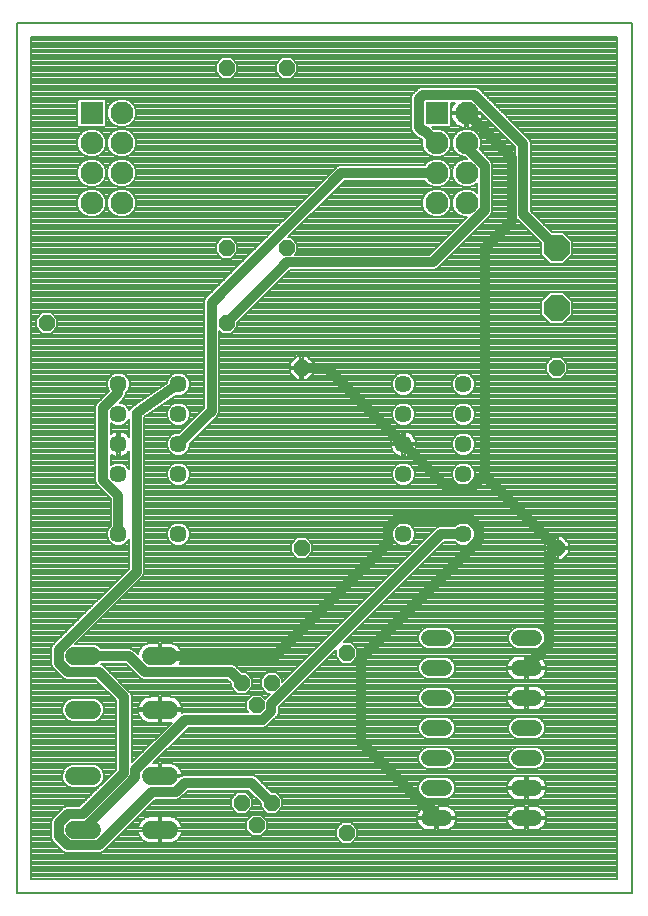
<source format=gtl>
G75*
%MOIN*%
%OFA0B0*%
%FSLAX25Y25*%
%IPPOS*%
%LPD*%
%AMOC8*
5,1,8,0,0,1.08239X$1,22.5*
%
%ADD10C,0.00800*%
%ADD11OC8,0.08500*%
%ADD12R,0.07600X0.07600*%
%ADD13C,0.07600*%
%ADD14C,0.05694*%
%ADD15OC8,0.05200*%
%ADD16C,0.06000*%
%ADD17C,0.05200*%
%ADD18C,0.03200*%
D10*
X0001400Y0001400D02*
X0001400Y0291400D01*
X0206400Y0291400D01*
X0206400Y0001400D01*
X0001400Y0001400D01*
X0006200Y0006200D02*
X0201600Y0006200D01*
X0201600Y0286600D01*
X0006200Y0286600D01*
X0006200Y0006200D01*
X0006200Y0006990D02*
X0201600Y0006990D01*
X0201600Y0007788D02*
X0006200Y0007788D01*
X0006200Y0008587D02*
X0201600Y0008587D01*
X0201600Y0009385D02*
X0006200Y0009385D01*
X0006200Y0010184D02*
X0201600Y0010184D01*
X0201600Y0010982D02*
X0006200Y0010982D01*
X0006200Y0011781D02*
X0201600Y0011781D01*
X0201600Y0012579D02*
X0006200Y0012579D01*
X0006200Y0013378D02*
X0201600Y0013378D01*
X0201600Y0014176D02*
X0006200Y0014176D01*
X0006200Y0014975D02*
X0017266Y0014975D01*
X0016973Y0015096D02*
X0017929Y0014700D01*
X0029271Y0014700D01*
X0030227Y0015096D01*
X0030958Y0015827D01*
X0047631Y0032500D01*
X0054871Y0032500D01*
X0055827Y0032896D01*
X0058477Y0035546D01*
X0078577Y0035546D01*
X0082800Y0031323D01*
X0082800Y0029909D01*
X0084909Y0027800D01*
X0087891Y0027800D01*
X0090000Y0029909D01*
X0090000Y0032891D01*
X0087891Y0035000D01*
X0086477Y0035000D01*
X0081858Y0039619D01*
X0081127Y0040350D01*
X0080171Y0040746D01*
X0056883Y0040746D01*
X0055927Y0040350D01*
X0055477Y0039900D01*
X0049600Y0039900D01*
X0049600Y0040700D01*
X0048800Y0040700D01*
X0048800Y0044700D01*
X0046923Y0044700D01*
X0058723Y0056500D01*
X0083905Y0056500D01*
X0084861Y0056896D01*
X0085592Y0057627D01*
X0087673Y0059708D01*
X0088404Y0060439D01*
X0088800Y0061395D01*
X0088800Y0063335D01*
X0107800Y0082335D01*
X0107800Y0079909D01*
X0109909Y0077800D01*
X0112891Y0077800D01*
X0115000Y0079909D01*
X0115000Y0082891D01*
X0112891Y0085000D01*
X0110465Y0085000D01*
X0143871Y0118406D01*
X0147477Y0118406D01*
X0148138Y0117745D01*
X0149552Y0117159D01*
X0151083Y0117159D01*
X0152496Y0117745D01*
X0153579Y0118827D01*
X0154164Y0120241D01*
X0154164Y0121772D01*
X0153579Y0123185D01*
X0152496Y0124268D01*
X0151083Y0124853D01*
X0149552Y0124853D01*
X0148138Y0124268D01*
X0147477Y0123606D01*
X0142277Y0123606D01*
X0141322Y0123210D01*
X0090000Y0071889D01*
X0090000Y0072891D01*
X0087891Y0075000D01*
X0084909Y0075000D01*
X0082800Y0072891D01*
X0082800Y0069909D01*
X0084909Y0067800D01*
X0085911Y0067800D01*
X0084251Y0066140D01*
X0082891Y0067500D01*
X0079909Y0067500D01*
X0077800Y0065391D01*
X0077800Y0062409D01*
X0078509Y0061700D01*
X0057129Y0061700D01*
X0056479Y0061431D01*
X0056492Y0061470D01*
X0056591Y0062100D01*
X0049600Y0062100D01*
X0049600Y0062900D01*
X0048800Y0062900D01*
X0048800Y0066900D01*
X0045854Y0066900D01*
X0045170Y0066792D01*
X0044511Y0066578D01*
X0043894Y0066263D01*
X0043334Y0065856D01*
X0042844Y0065366D01*
X0042437Y0064806D01*
X0042122Y0064189D01*
X0041908Y0063530D01*
X0041809Y0062900D01*
X0048800Y0062900D01*
X0048800Y0062100D01*
X0049600Y0062100D01*
X0049600Y0058100D01*
X0052546Y0058100D01*
X0053049Y0058180D01*
X0039800Y0044931D01*
X0039800Y0067171D01*
X0039404Y0068127D01*
X0038673Y0068858D01*
X0038673Y0068858D01*
X0030958Y0076573D01*
X0030227Y0077304D01*
X0029544Y0077587D01*
X0029657Y0077700D01*
X0037769Y0077700D01*
X0041842Y0073627D01*
X0042573Y0072896D01*
X0043529Y0072500D01*
X0071623Y0072500D01*
X0072800Y0071323D01*
X0072800Y0069909D01*
X0074909Y0067800D01*
X0077891Y0067800D01*
X0080000Y0069909D01*
X0080000Y0072891D01*
X0077891Y0075000D01*
X0076477Y0075000D01*
X0074904Y0076573D01*
X0074173Y0077304D01*
X0073217Y0077700D01*
X0055750Y0077700D01*
X0055963Y0077994D01*
X0056278Y0078611D01*
X0056492Y0079270D01*
X0056591Y0079900D01*
X0049600Y0079900D01*
X0049600Y0080700D01*
X0048800Y0080700D01*
X0048800Y0084700D01*
X0045854Y0084700D01*
X0045170Y0084592D01*
X0044511Y0084378D01*
X0043894Y0084063D01*
X0043334Y0083656D01*
X0042844Y0083166D01*
X0042437Y0082606D01*
X0042122Y0081989D01*
X0041908Y0081330D01*
X0041852Y0080971D01*
X0041050Y0081773D01*
X0040319Y0082504D01*
X0039363Y0082900D01*
X0029657Y0082900D01*
X0028866Y0083691D01*
X0027396Y0084300D01*
X0020923Y0084300D01*
X0042873Y0106250D01*
X0043604Y0106981D01*
X0044000Y0107937D01*
X0044000Y0160035D01*
X0054408Y0167219D01*
X0054552Y0167159D01*
X0056083Y0167159D01*
X0057496Y0167745D01*
X0058579Y0168827D01*
X0059164Y0170241D01*
X0059164Y0171772D01*
X0058579Y0173185D01*
X0057496Y0174268D01*
X0056083Y0174853D01*
X0054552Y0174853D01*
X0053138Y0174268D01*
X0052056Y0173185D01*
X0051470Y0171772D01*
X0051470Y0171510D01*
X0040150Y0163696D01*
X0039927Y0163604D01*
X0039729Y0163406D01*
X0039497Y0163246D01*
X0039366Y0163043D01*
X0039196Y0162873D01*
X0039088Y0162613D01*
X0038936Y0162377D01*
X0038929Y0162340D01*
X0038579Y0163185D01*
X0037496Y0164268D01*
X0036083Y0164853D01*
X0035704Y0164853D01*
X0037521Y0166671D01*
X0037917Y0167627D01*
X0037917Y0168166D01*
X0038579Y0168827D01*
X0039164Y0170241D01*
X0039164Y0171772D01*
X0038579Y0173185D01*
X0037496Y0174268D01*
X0036083Y0174853D01*
X0034552Y0174853D01*
X0033138Y0174268D01*
X0032056Y0173185D01*
X0031470Y0171772D01*
X0031470Y0170241D01*
X0032056Y0168827D01*
X0032190Y0168693D01*
X0028066Y0164570D01*
X0027670Y0163614D01*
X0027670Y0138399D01*
X0028066Y0137443D01*
X0028798Y0136712D01*
X0032717Y0132792D01*
X0032717Y0123847D01*
X0032056Y0123185D01*
X0031470Y0121772D01*
X0031470Y0120241D01*
X0032056Y0118827D01*
X0033138Y0117745D01*
X0034552Y0117159D01*
X0036083Y0117159D01*
X0037496Y0117745D01*
X0038579Y0118827D01*
X0038800Y0119362D01*
X0038800Y0109531D01*
X0013927Y0084658D01*
X0013196Y0083927D01*
X0012800Y0082971D01*
X0012800Y0077629D01*
X0013196Y0076673D01*
X0013927Y0075942D01*
X0016973Y0072896D01*
X0017929Y0072500D01*
X0027677Y0072500D01*
X0034600Y0065577D01*
X0034600Y0042551D01*
X0022349Y0030300D01*
X0017929Y0030300D01*
X0016973Y0029904D01*
X0016242Y0029173D01*
X0013196Y0026127D01*
X0012800Y0025171D01*
X0012800Y0019829D01*
X0013196Y0018873D01*
X0013927Y0018142D01*
X0016973Y0015096D01*
X0016296Y0015773D02*
X0006200Y0015773D01*
X0006200Y0016572D02*
X0015497Y0016572D01*
X0014699Y0017370D02*
X0006200Y0017370D01*
X0006200Y0018169D02*
X0013900Y0018169D01*
X0013157Y0018967D02*
X0006200Y0018967D01*
X0006200Y0019766D02*
X0012826Y0019766D01*
X0012800Y0020564D02*
X0006200Y0020564D01*
X0006200Y0021363D02*
X0012800Y0021363D01*
X0012800Y0022161D02*
X0006200Y0022161D01*
X0006200Y0022960D02*
X0012800Y0022960D01*
X0012800Y0023758D02*
X0006200Y0023758D01*
X0006200Y0024557D02*
X0012800Y0024557D01*
X0012876Y0025355D02*
X0006200Y0025355D01*
X0006200Y0026154D02*
X0013223Y0026154D01*
X0014022Y0026952D02*
X0006200Y0026952D01*
X0006200Y0027751D02*
X0014820Y0027751D01*
X0015619Y0028549D02*
X0006200Y0028549D01*
X0006200Y0029348D02*
X0016417Y0029348D01*
X0017558Y0030146D02*
X0006200Y0030146D01*
X0006200Y0030945D02*
X0022994Y0030945D01*
X0023792Y0031743D02*
X0006200Y0031743D01*
X0006200Y0032542D02*
X0024591Y0032542D01*
X0025389Y0033340D02*
X0006200Y0033340D01*
X0006200Y0034139D02*
X0026188Y0034139D01*
X0026987Y0034937D02*
X0006200Y0034937D01*
X0006200Y0035736D02*
X0027785Y0035736D01*
X0027396Y0036300D02*
X0028866Y0036909D01*
X0029991Y0038034D01*
X0030600Y0039504D01*
X0030600Y0041096D01*
X0029991Y0042566D01*
X0028866Y0043691D01*
X0027396Y0044300D01*
X0019804Y0044300D01*
X0018334Y0043691D01*
X0017209Y0042566D01*
X0016600Y0041096D01*
X0016600Y0039504D01*
X0017209Y0038034D01*
X0018334Y0036909D01*
X0019804Y0036300D01*
X0027396Y0036300D01*
X0027962Y0036534D02*
X0028584Y0036534D01*
X0029290Y0037333D02*
X0029382Y0037333D01*
X0030031Y0038132D02*
X0030181Y0038132D01*
X0030362Y0038930D02*
X0030979Y0038930D01*
X0030600Y0039729D02*
X0031778Y0039729D01*
X0032576Y0040527D02*
X0030600Y0040527D01*
X0030505Y0041326D02*
X0033375Y0041326D01*
X0034173Y0042124D02*
X0030174Y0042124D01*
X0029634Y0042923D02*
X0034600Y0042923D01*
X0034600Y0043721D02*
X0028793Y0043721D01*
X0034600Y0044520D02*
X0006200Y0044520D01*
X0006200Y0045318D02*
X0034600Y0045318D01*
X0034600Y0046117D02*
X0006200Y0046117D01*
X0006200Y0046915D02*
X0034600Y0046915D01*
X0034600Y0047714D02*
X0006200Y0047714D01*
X0006200Y0048512D02*
X0034600Y0048512D01*
X0034600Y0049311D02*
X0006200Y0049311D01*
X0006200Y0050109D02*
X0034600Y0050109D01*
X0034600Y0050908D02*
X0006200Y0050908D01*
X0006200Y0051706D02*
X0034600Y0051706D01*
X0034600Y0052505D02*
X0006200Y0052505D01*
X0006200Y0053303D02*
X0034600Y0053303D01*
X0034600Y0054102D02*
X0006200Y0054102D01*
X0006200Y0054900D02*
X0034600Y0054900D01*
X0034600Y0055699D02*
X0006200Y0055699D01*
X0006200Y0056497D02*
X0034600Y0056497D01*
X0034600Y0057296D02*
X0006200Y0057296D01*
X0006200Y0058094D02*
X0034600Y0058094D01*
X0034600Y0058893D02*
X0028344Y0058893D01*
X0028866Y0059109D02*
X0029991Y0060234D01*
X0030600Y0061704D01*
X0030600Y0063296D01*
X0029991Y0064766D01*
X0028866Y0065891D01*
X0027396Y0066500D01*
X0019804Y0066500D01*
X0018334Y0065891D01*
X0017209Y0064766D01*
X0016600Y0063296D01*
X0016600Y0061704D01*
X0017209Y0060234D01*
X0018334Y0059109D01*
X0019804Y0058500D01*
X0027396Y0058500D01*
X0028866Y0059109D01*
X0029448Y0059691D02*
X0034600Y0059691D01*
X0034600Y0060490D02*
X0030097Y0060490D01*
X0030428Y0061288D02*
X0034600Y0061288D01*
X0034600Y0062087D02*
X0030600Y0062087D01*
X0030600Y0062885D02*
X0034600Y0062885D01*
X0034600Y0063684D02*
X0030439Y0063684D01*
X0030108Y0064482D02*
X0034600Y0064482D01*
X0034600Y0065281D02*
X0029476Y0065281D01*
X0028411Y0066079D02*
X0034098Y0066079D01*
X0033299Y0066878D02*
X0006200Y0066878D01*
X0006200Y0067676D02*
X0032501Y0067676D01*
X0031702Y0068475D02*
X0006200Y0068475D01*
X0006200Y0069273D02*
X0030904Y0069273D01*
X0030105Y0070072D02*
X0006200Y0070072D01*
X0006200Y0070870D02*
X0029306Y0070870D01*
X0028508Y0071669D02*
X0006200Y0071669D01*
X0006200Y0072468D02*
X0027709Y0072468D01*
X0031071Y0076460D02*
X0039009Y0076460D01*
X0038211Y0077259D02*
X0030272Y0077259D01*
X0030958Y0076573D02*
X0030958Y0076573D01*
X0031869Y0075662D02*
X0039808Y0075662D01*
X0040606Y0074863D02*
X0032668Y0074863D01*
X0033466Y0074065D02*
X0041405Y0074065D01*
X0042203Y0073266D02*
X0034265Y0073266D01*
X0035063Y0072468D02*
X0071656Y0072468D01*
X0072454Y0071669D02*
X0035862Y0071669D01*
X0036660Y0070870D02*
X0072800Y0070870D01*
X0072800Y0070072D02*
X0037459Y0070072D01*
X0038257Y0069273D02*
X0073435Y0069273D01*
X0074234Y0068475D02*
X0039056Y0068475D01*
X0039591Y0067676D02*
X0085788Y0067676D01*
X0084989Y0066878D02*
X0083513Y0066878D01*
X0084234Y0068475D02*
X0078566Y0068475D01*
X0079365Y0069273D02*
X0083435Y0069273D01*
X0082800Y0070072D02*
X0080000Y0070072D01*
X0080000Y0070870D02*
X0082800Y0070870D01*
X0082800Y0071669D02*
X0080000Y0071669D01*
X0080000Y0072468D02*
X0082800Y0072468D01*
X0083175Y0073266D02*
X0079625Y0073266D01*
X0078827Y0074065D02*
X0083973Y0074065D01*
X0084772Y0074863D02*
X0078028Y0074863D01*
X0075815Y0075662D02*
X0093773Y0075662D01*
X0094571Y0076460D02*
X0075017Y0076460D01*
X0074904Y0076573D02*
X0074904Y0076573D01*
X0074218Y0077259D02*
X0095370Y0077259D01*
X0096168Y0078057D02*
X0055995Y0078057D01*
X0056357Y0078856D02*
X0096967Y0078856D01*
X0097765Y0079654D02*
X0056553Y0079654D01*
X0056591Y0080700D02*
X0056492Y0081330D01*
X0056278Y0081989D01*
X0055963Y0082606D01*
X0055556Y0083166D01*
X0055066Y0083656D01*
X0054506Y0084063D01*
X0053889Y0084378D01*
X0053230Y0084592D01*
X0052546Y0084700D01*
X0049600Y0084700D01*
X0049600Y0080700D01*
X0056591Y0080700D01*
X0056504Y0081251D02*
X0099362Y0081251D01*
X0098564Y0080453D02*
X0049600Y0080453D01*
X0049600Y0081251D02*
X0048800Y0081251D01*
X0048800Y0082050D02*
X0049600Y0082050D01*
X0049600Y0082848D02*
X0048800Y0082848D01*
X0048800Y0083647D02*
X0049600Y0083647D01*
X0049600Y0084445D02*
X0048800Y0084445D01*
X0044719Y0084445D02*
X0021068Y0084445D01*
X0021867Y0085244D02*
X0103355Y0085244D01*
X0104154Y0086042D02*
X0022665Y0086042D01*
X0023464Y0086841D02*
X0104952Y0086841D01*
X0105751Y0087639D02*
X0024262Y0087639D01*
X0025061Y0088438D02*
X0106549Y0088438D01*
X0107348Y0089236D02*
X0025859Y0089236D01*
X0026658Y0090035D02*
X0108146Y0090035D01*
X0108945Y0090833D02*
X0027456Y0090833D01*
X0028255Y0091632D02*
X0109743Y0091632D01*
X0110542Y0092430D02*
X0029053Y0092430D01*
X0029852Y0093229D02*
X0111340Y0093229D01*
X0112139Y0094027D02*
X0030650Y0094027D01*
X0031449Y0094826D02*
X0112937Y0094826D01*
X0113736Y0095624D02*
X0032247Y0095624D01*
X0033046Y0096423D02*
X0114534Y0096423D01*
X0115333Y0097221D02*
X0033844Y0097221D01*
X0034643Y0098020D02*
X0116131Y0098020D01*
X0116930Y0098818D02*
X0035441Y0098818D01*
X0036240Y0099617D02*
X0117728Y0099617D01*
X0118527Y0100415D02*
X0037038Y0100415D01*
X0037837Y0101214D02*
X0119325Y0101214D01*
X0120124Y0102012D02*
X0038635Y0102012D01*
X0039434Y0102811D02*
X0120922Y0102811D01*
X0121721Y0103609D02*
X0040232Y0103609D01*
X0041031Y0104408D02*
X0122519Y0104408D01*
X0123318Y0105206D02*
X0041829Y0105206D01*
X0042628Y0106005D02*
X0124116Y0106005D01*
X0124915Y0106803D02*
X0043427Y0106803D01*
X0043861Y0107602D02*
X0125713Y0107602D01*
X0126512Y0108401D02*
X0044000Y0108401D01*
X0044000Y0109199D02*
X0127310Y0109199D01*
X0128109Y0109998D02*
X0044000Y0109998D01*
X0044000Y0110796D02*
X0128907Y0110796D01*
X0129706Y0111595D02*
X0044000Y0111595D01*
X0044000Y0112393D02*
X0130504Y0112393D01*
X0131303Y0113192D02*
X0098283Y0113192D01*
X0097891Y0112800D02*
X0100000Y0114909D01*
X0100000Y0117891D01*
X0097891Y0120000D01*
X0094909Y0120000D01*
X0092800Y0117891D01*
X0092800Y0114909D01*
X0094909Y0112800D01*
X0097891Y0112800D01*
X0099081Y0113990D02*
X0132101Y0113990D01*
X0132900Y0114789D02*
X0099880Y0114789D01*
X0100000Y0115587D02*
X0133698Y0115587D01*
X0134497Y0116386D02*
X0100000Y0116386D01*
X0100000Y0117184D02*
X0129492Y0117184D01*
X0129552Y0117159D02*
X0131083Y0117159D01*
X0132496Y0117745D01*
X0133579Y0118827D01*
X0134164Y0120241D01*
X0134164Y0121772D01*
X0133579Y0123185D01*
X0132496Y0124268D01*
X0131083Y0124853D01*
X0129552Y0124853D01*
X0128138Y0124268D01*
X0127056Y0123185D01*
X0126470Y0121772D01*
X0126470Y0120241D01*
X0127056Y0118827D01*
X0128138Y0117745D01*
X0129552Y0117159D01*
X0131142Y0117184D02*
X0135295Y0117184D01*
X0136094Y0117983D02*
X0132734Y0117983D01*
X0133533Y0118781D02*
X0136892Y0118781D01*
X0137691Y0119580D02*
X0133890Y0119580D01*
X0134164Y0120378D02*
X0138489Y0120378D01*
X0139288Y0121177D02*
X0134164Y0121177D01*
X0134080Y0121975D02*
X0140087Y0121975D01*
X0140885Y0122774D02*
X0133749Y0122774D01*
X0133192Y0123572D02*
X0142195Y0123572D01*
X0143448Y0117983D02*
X0147901Y0117983D01*
X0149492Y0117184D02*
X0142649Y0117184D01*
X0141851Y0116386D02*
X0181000Y0116386D01*
X0181000Y0116000D02*
X0177400Y0116000D01*
X0177400Y0114743D01*
X0179743Y0112400D01*
X0181000Y0112400D01*
X0181000Y0116000D01*
X0181000Y0116800D01*
X0181000Y0120400D01*
X0179743Y0120400D01*
X0177400Y0118057D01*
X0177400Y0116800D01*
X0181000Y0116800D01*
X0181800Y0116800D01*
X0181800Y0120400D01*
X0183057Y0120400D01*
X0185400Y0118057D01*
X0185400Y0116800D01*
X0181800Y0116800D01*
X0181800Y0116000D01*
X0185400Y0116000D01*
X0185400Y0114743D01*
X0183057Y0112400D01*
X0181800Y0112400D01*
X0181800Y0116000D01*
X0181000Y0116000D01*
X0181000Y0115587D02*
X0181800Y0115587D01*
X0181800Y0114789D02*
X0181000Y0114789D01*
X0181000Y0113990D02*
X0181800Y0113990D01*
X0181800Y0113192D02*
X0181000Y0113192D01*
X0178952Y0113192D02*
X0138657Y0113192D01*
X0139455Y0113990D02*
X0178153Y0113990D01*
X0177400Y0114789D02*
X0140254Y0114789D01*
X0141052Y0115587D02*
X0177400Y0115587D01*
X0177400Y0117184D02*
X0151142Y0117184D01*
X0152734Y0117983D02*
X0177400Y0117983D01*
X0178124Y0118781D02*
X0153533Y0118781D01*
X0153890Y0119580D02*
X0178923Y0119580D01*
X0179721Y0120378D02*
X0154164Y0120378D01*
X0154164Y0121177D02*
X0201600Y0121177D01*
X0201600Y0121975D02*
X0154080Y0121975D01*
X0153749Y0122774D02*
X0201600Y0122774D01*
X0201600Y0123572D02*
X0153192Y0123572D01*
X0152247Y0124371D02*
X0201600Y0124371D01*
X0201600Y0125169D02*
X0044000Y0125169D01*
X0044000Y0124371D02*
X0053387Y0124371D01*
X0053138Y0124268D02*
X0052056Y0123185D01*
X0051470Y0121772D01*
X0051470Y0120241D01*
X0052056Y0118827D01*
X0053138Y0117745D01*
X0054552Y0117159D01*
X0056083Y0117159D01*
X0057496Y0117745D01*
X0058579Y0118827D01*
X0059164Y0120241D01*
X0059164Y0121772D01*
X0058579Y0123185D01*
X0057496Y0124268D01*
X0056083Y0124853D01*
X0054552Y0124853D01*
X0053138Y0124268D01*
X0052443Y0123572D02*
X0044000Y0123572D01*
X0044000Y0122774D02*
X0051886Y0122774D01*
X0051555Y0121975D02*
X0044000Y0121975D01*
X0044000Y0121177D02*
X0051470Y0121177D01*
X0051470Y0120378D02*
X0044000Y0120378D01*
X0044000Y0119580D02*
X0051744Y0119580D01*
X0052102Y0118781D02*
X0044000Y0118781D01*
X0044000Y0117983D02*
X0052901Y0117983D01*
X0054492Y0117184D02*
X0044000Y0117184D01*
X0044000Y0116386D02*
X0092800Y0116386D01*
X0092800Y0117184D02*
X0056142Y0117184D01*
X0057734Y0117983D02*
X0092891Y0117983D01*
X0093690Y0118781D02*
X0058533Y0118781D01*
X0058890Y0119580D02*
X0094489Y0119580D01*
X0092800Y0115587D02*
X0044000Y0115587D01*
X0044000Y0114789D02*
X0092920Y0114789D01*
X0093719Y0113990D02*
X0044000Y0113990D01*
X0044000Y0113192D02*
X0094517Y0113192D01*
X0099110Y0118781D02*
X0127102Y0118781D01*
X0126744Y0119580D02*
X0098311Y0119580D01*
X0099908Y0117983D02*
X0127901Y0117983D01*
X0126470Y0120378D02*
X0059164Y0120378D01*
X0059164Y0121177D02*
X0126470Y0121177D01*
X0126555Y0121975D02*
X0059080Y0121975D01*
X0058749Y0122774D02*
X0126886Y0122774D01*
X0127443Y0123572D02*
X0058192Y0123572D01*
X0057247Y0124371D02*
X0128387Y0124371D01*
X0132247Y0124371D02*
X0148387Y0124371D01*
X0149552Y0137159D02*
X0151083Y0137159D01*
X0152496Y0137745D01*
X0153579Y0138827D01*
X0154164Y0140241D01*
X0154164Y0141772D01*
X0153579Y0143185D01*
X0152496Y0144268D01*
X0151083Y0144853D01*
X0149552Y0144853D01*
X0148138Y0144268D01*
X0147056Y0143185D01*
X0146470Y0141772D01*
X0146470Y0140241D01*
X0147056Y0138827D01*
X0148138Y0137745D01*
X0149552Y0137159D01*
X0147938Y0137945D02*
X0132697Y0137945D01*
X0132496Y0137745D02*
X0133579Y0138827D01*
X0134164Y0140241D01*
X0134164Y0141772D01*
X0133579Y0143185D01*
X0132496Y0144268D01*
X0131083Y0144853D01*
X0129552Y0144853D01*
X0128138Y0144268D01*
X0127056Y0143185D01*
X0126470Y0141772D01*
X0126470Y0140241D01*
X0127056Y0138827D01*
X0128138Y0137745D01*
X0129552Y0137159D01*
X0131083Y0137159D01*
X0132496Y0137745D01*
X0133495Y0138744D02*
X0147139Y0138744D01*
X0146760Y0139542D02*
X0133875Y0139542D01*
X0134164Y0140341D02*
X0146470Y0140341D01*
X0146470Y0141139D02*
X0134164Y0141139D01*
X0134095Y0141938D02*
X0146539Y0141938D01*
X0146870Y0142737D02*
X0133765Y0142737D01*
X0133229Y0143535D02*
X0147406Y0143535D01*
X0148297Y0144334D02*
X0132337Y0144334D01*
X0131312Y0146864D02*
X0130717Y0146770D01*
X0130717Y0150606D01*
X0129917Y0150606D01*
X0126081Y0150606D01*
X0126175Y0150012D01*
X0126382Y0149376D01*
X0126685Y0148780D01*
X0127078Y0148240D01*
X0127551Y0147767D01*
X0128091Y0147374D01*
X0128687Y0147070D01*
X0129323Y0146864D01*
X0129917Y0146770D01*
X0129917Y0150606D01*
X0129917Y0151406D01*
X0126081Y0151406D01*
X0126175Y0152001D01*
X0126382Y0152637D01*
X0126685Y0153232D01*
X0127078Y0153773D01*
X0127551Y0154246D01*
X0128091Y0154639D01*
X0128687Y0154942D01*
X0129323Y0155149D01*
X0129917Y0155243D01*
X0129917Y0151406D01*
X0130717Y0151406D01*
X0130717Y0155243D01*
X0131312Y0155149D01*
X0131948Y0154942D01*
X0132543Y0154639D01*
X0133084Y0154246D01*
X0133557Y0153773D01*
X0133950Y0153232D01*
X0134253Y0152637D01*
X0134460Y0152001D01*
X0134554Y0151406D01*
X0130717Y0151406D01*
X0130717Y0150606D01*
X0134554Y0150606D01*
X0134460Y0150012D01*
X0134253Y0149376D01*
X0133950Y0148780D01*
X0133557Y0148240D01*
X0133084Y0147767D01*
X0132543Y0147374D01*
X0131948Y0147070D01*
X0131312Y0146864D01*
X0130717Y0147528D02*
X0129917Y0147528D01*
X0129917Y0148326D02*
X0130717Y0148326D01*
X0130717Y0149125D02*
X0129917Y0149125D01*
X0129917Y0149923D02*
X0130717Y0149923D01*
X0130717Y0150722D02*
X0146470Y0150722D01*
X0146470Y0150241D02*
X0147056Y0148827D01*
X0148138Y0147745D01*
X0149552Y0147159D01*
X0151083Y0147159D01*
X0152496Y0147745D01*
X0153579Y0148827D01*
X0154164Y0150241D01*
X0154164Y0151772D01*
X0153579Y0153185D01*
X0152496Y0154268D01*
X0151083Y0154853D01*
X0149552Y0154853D01*
X0148138Y0154268D01*
X0147056Y0153185D01*
X0146470Y0151772D01*
X0146470Y0150241D01*
X0146602Y0149923D02*
X0134431Y0149923D01*
X0134125Y0149125D02*
X0146933Y0149125D01*
X0147557Y0148326D02*
X0133620Y0148326D01*
X0132755Y0147528D02*
X0148663Y0147528D01*
X0146470Y0151520D02*
X0134536Y0151520D01*
X0134356Y0152319D02*
X0146697Y0152319D01*
X0147028Y0153117D02*
X0134008Y0153117D01*
X0133414Y0153916D02*
X0147786Y0153916D01*
X0149216Y0154714D02*
X0132395Y0154714D01*
X0130717Y0154714D02*
X0129917Y0154714D01*
X0129917Y0153916D02*
X0130717Y0153916D01*
X0130717Y0153117D02*
X0129917Y0153117D01*
X0129917Y0152319D02*
X0130717Y0152319D01*
X0130717Y0151520D02*
X0129917Y0151520D01*
X0129917Y0150722D02*
X0059164Y0150722D01*
X0059164Y0151176D02*
X0067873Y0159885D01*
X0068604Y0160616D01*
X0069000Y0161572D01*
X0069000Y0188709D01*
X0069909Y0187800D01*
X0072891Y0187800D01*
X0075000Y0189909D01*
X0075000Y0191323D01*
X0092677Y0209000D01*
X0140602Y0209000D01*
X0141558Y0209396D01*
X0159604Y0227442D01*
X0160000Y0228398D01*
X0160000Y0244402D01*
X0159604Y0245358D01*
X0155707Y0249255D01*
X0156200Y0250445D01*
X0156200Y0252355D01*
X0155469Y0254119D01*
X0154119Y0255469D01*
X0152355Y0256200D01*
X0150445Y0256200D01*
X0148681Y0255469D01*
X0147331Y0254119D01*
X0146600Y0252355D01*
X0146600Y0250445D01*
X0147331Y0248681D01*
X0148681Y0247331D01*
X0150445Y0246600D01*
X0151008Y0246600D01*
X0151408Y0246200D01*
X0150445Y0246200D01*
X0148681Y0245469D01*
X0147331Y0244119D01*
X0146600Y0242355D01*
X0146600Y0240445D01*
X0147331Y0238681D01*
X0148681Y0237331D01*
X0150445Y0236600D01*
X0152355Y0236600D01*
X0154119Y0237331D01*
X0154800Y0238012D01*
X0154800Y0234788D01*
X0154119Y0235469D01*
X0152355Y0236200D01*
X0150445Y0236200D01*
X0148681Y0235469D01*
X0147331Y0234119D01*
X0146600Y0232355D01*
X0146600Y0230445D01*
X0147331Y0228681D01*
X0148681Y0227331D01*
X0150445Y0226600D01*
X0151408Y0226600D01*
X0139008Y0214200D01*
X0094291Y0214200D01*
X0095000Y0214909D01*
X0095000Y0217891D01*
X0092891Y0220000D01*
X0091889Y0220000D01*
X0110689Y0238800D01*
X0137281Y0238800D01*
X0137331Y0238681D01*
X0138681Y0237331D01*
X0140445Y0236600D01*
X0142355Y0236600D01*
X0144119Y0237331D01*
X0145469Y0238681D01*
X0146200Y0240445D01*
X0146200Y0242355D01*
X0145469Y0244119D01*
X0144119Y0245469D01*
X0142355Y0246200D01*
X0140445Y0246200D01*
X0138681Y0245469D01*
X0137331Y0244119D01*
X0137281Y0244000D01*
X0109095Y0244000D01*
X0108139Y0243604D01*
X0107408Y0242873D01*
X0064927Y0200392D01*
X0064196Y0199661D01*
X0063800Y0198705D01*
X0063800Y0163166D01*
X0055487Y0154853D01*
X0054552Y0154853D01*
X0053138Y0154268D01*
X0052056Y0153185D01*
X0051470Y0151772D01*
X0051470Y0150241D01*
X0052056Y0148827D01*
X0053138Y0147745D01*
X0054552Y0147159D01*
X0056083Y0147159D01*
X0057496Y0147745D01*
X0058579Y0148827D01*
X0059164Y0150241D01*
X0059164Y0151176D01*
X0059508Y0151520D02*
X0126099Y0151520D01*
X0126278Y0152319D02*
X0060307Y0152319D01*
X0061105Y0153117D02*
X0126626Y0153117D01*
X0127221Y0153916D02*
X0061904Y0153916D01*
X0062702Y0154714D02*
X0128240Y0154714D01*
X0129552Y0157159D02*
X0128138Y0157745D01*
X0127056Y0158827D01*
X0126470Y0160241D01*
X0126470Y0161772D01*
X0127056Y0163185D01*
X0128138Y0164268D01*
X0129552Y0164853D01*
X0131083Y0164853D01*
X0132496Y0164268D01*
X0133579Y0163185D01*
X0134164Y0161772D01*
X0134164Y0160241D01*
X0133579Y0158827D01*
X0132496Y0157745D01*
X0131083Y0157159D01*
X0129552Y0157159D01*
X0127975Y0157908D02*
X0065896Y0157908D01*
X0065098Y0157110D02*
X0201600Y0157110D01*
X0201600Y0157908D02*
X0152660Y0157908D01*
X0152496Y0157745D02*
X0153579Y0158827D01*
X0154164Y0160241D01*
X0154164Y0161772D01*
X0153579Y0163185D01*
X0152496Y0164268D01*
X0151083Y0164853D01*
X0149552Y0164853D01*
X0148138Y0164268D01*
X0147056Y0163185D01*
X0146470Y0161772D01*
X0146470Y0160241D01*
X0147056Y0158827D01*
X0148138Y0157745D01*
X0149552Y0157159D01*
X0151083Y0157159D01*
X0152496Y0157745D01*
X0153458Y0158707D02*
X0201600Y0158707D01*
X0201600Y0159505D02*
X0153859Y0159505D01*
X0154164Y0160304D02*
X0201600Y0160304D01*
X0201600Y0161102D02*
X0154164Y0161102D01*
X0154111Y0161901D02*
X0201600Y0161901D01*
X0201600Y0162699D02*
X0153780Y0162699D01*
X0153266Y0163498D02*
X0201600Y0163498D01*
X0201600Y0164296D02*
X0152427Y0164296D01*
X0151083Y0167159D02*
X0152496Y0167745D01*
X0153579Y0168827D01*
X0154164Y0170241D01*
X0154164Y0171772D01*
X0153579Y0173185D01*
X0152496Y0174268D01*
X0151083Y0174853D01*
X0149552Y0174853D01*
X0148138Y0174268D01*
X0147056Y0173185D01*
X0146470Y0171772D01*
X0146470Y0170241D01*
X0147056Y0168827D01*
X0148138Y0167745D01*
X0149552Y0167159D01*
X0151083Y0167159D01*
X0151882Y0167490D02*
X0201600Y0167490D01*
X0201600Y0166692D02*
X0069000Y0166692D01*
X0069000Y0167490D02*
X0128753Y0167490D01*
X0128138Y0167745D02*
X0129552Y0167159D01*
X0131083Y0167159D01*
X0132496Y0167745D01*
X0133579Y0168827D01*
X0134164Y0170241D01*
X0134164Y0171772D01*
X0133579Y0173185D01*
X0132496Y0174268D01*
X0131083Y0174853D01*
X0129552Y0174853D01*
X0128138Y0174268D01*
X0127056Y0173185D01*
X0126470Y0171772D01*
X0126470Y0170241D01*
X0127056Y0168827D01*
X0128138Y0167745D01*
X0127594Y0168289D02*
X0069000Y0168289D01*
X0069000Y0169087D02*
X0126948Y0169087D01*
X0126617Y0169886D02*
X0069000Y0169886D01*
X0069000Y0170684D02*
X0126470Y0170684D01*
X0126470Y0171483D02*
X0069000Y0171483D01*
X0069000Y0172281D02*
X0126682Y0172281D01*
X0127012Y0173080D02*
X0098737Y0173080D01*
X0098057Y0172400D02*
X0096800Y0172400D01*
X0096800Y0176000D01*
X0096800Y0176800D01*
X0096000Y0176800D01*
X0096000Y0180400D01*
X0094743Y0180400D01*
X0092400Y0178057D01*
X0092400Y0176800D01*
X0096000Y0176800D01*
X0096000Y0176000D01*
X0092400Y0176000D01*
X0092400Y0174743D01*
X0094743Y0172400D01*
X0096000Y0172400D01*
X0096000Y0176000D01*
X0096800Y0176000D01*
X0100400Y0176000D01*
X0100400Y0174743D01*
X0098057Y0172400D01*
X0096800Y0173080D02*
X0096000Y0173080D01*
X0096000Y0173878D02*
X0096800Y0173878D01*
X0096800Y0174677D02*
X0096000Y0174677D01*
X0096000Y0175475D02*
X0096800Y0175475D01*
X0096800Y0176274D02*
X0177800Y0176274D01*
X0177800Y0177072D02*
X0100400Y0177072D01*
X0100400Y0176800D02*
X0100400Y0178057D01*
X0098057Y0180400D01*
X0096800Y0180400D01*
X0096800Y0176800D01*
X0100400Y0176800D01*
X0100400Y0177871D02*
X0177800Y0177871D01*
X0177800Y0177891D02*
X0177800Y0174909D01*
X0179909Y0172800D01*
X0182891Y0172800D01*
X0185000Y0174909D01*
X0185000Y0177891D01*
X0182891Y0180000D01*
X0179909Y0180000D01*
X0177800Y0177891D01*
X0178578Y0178670D02*
X0099787Y0178670D01*
X0098989Y0179468D02*
X0179377Y0179468D01*
X0183423Y0179468D02*
X0201600Y0179468D01*
X0201600Y0178670D02*
X0184222Y0178670D01*
X0185000Y0177871D02*
X0201600Y0177871D01*
X0201600Y0177072D02*
X0185000Y0177072D01*
X0185000Y0176274D02*
X0201600Y0176274D01*
X0201600Y0175475D02*
X0185000Y0175475D01*
X0184768Y0174677D02*
X0201600Y0174677D01*
X0201600Y0173878D02*
X0183970Y0173878D01*
X0183171Y0173080D02*
X0201600Y0173080D01*
X0201600Y0172281D02*
X0153953Y0172281D01*
X0154164Y0171483D02*
X0201600Y0171483D01*
X0201600Y0170684D02*
X0154164Y0170684D01*
X0154017Y0169886D02*
X0201600Y0169886D01*
X0201600Y0169087D02*
X0153686Y0169087D01*
X0153040Y0168289D02*
X0201600Y0168289D01*
X0201600Y0165893D02*
X0069000Y0165893D01*
X0069000Y0165095D02*
X0201600Y0165095D01*
X0201600Y0156311D02*
X0064299Y0156311D01*
X0063501Y0155513D02*
X0201600Y0155513D01*
X0201600Y0154714D02*
X0151418Y0154714D01*
X0152848Y0153916D02*
X0201600Y0153916D01*
X0201600Y0153117D02*
X0153607Y0153117D01*
X0153938Y0152319D02*
X0201600Y0152319D01*
X0201600Y0151520D02*
X0154164Y0151520D01*
X0154164Y0150722D02*
X0201600Y0150722D01*
X0201600Y0149923D02*
X0154033Y0149923D01*
X0153702Y0149125D02*
X0201600Y0149125D01*
X0201600Y0148326D02*
X0153077Y0148326D01*
X0151971Y0147528D02*
X0201600Y0147528D01*
X0201600Y0146729D02*
X0044000Y0146729D01*
X0044000Y0145931D02*
X0201600Y0145931D01*
X0201600Y0145132D02*
X0044000Y0145132D01*
X0044000Y0144334D02*
X0053297Y0144334D01*
X0053138Y0144268D02*
X0052056Y0143185D01*
X0051470Y0141772D01*
X0051470Y0140241D01*
X0052056Y0138827D01*
X0053138Y0137745D01*
X0054552Y0137159D01*
X0056083Y0137159D01*
X0057496Y0137745D01*
X0058579Y0138827D01*
X0059164Y0140241D01*
X0059164Y0141772D01*
X0058579Y0143185D01*
X0057496Y0144268D01*
X0056083Y0144853D01*
X0054552Y0144853D01*
X0053138Y0144268D01*
X0052406Y0143535D02*
X0044000Y0143535D01*
X0044000Y0142737D02*
X0051870Y0142737D01*
X0051539Y0141938D02*
X0044000Y0141938D01*
X0044000Y0141139D02*
X0051470Y0141139D01*
X0051470Y0140341D02*
X0044000Y0140341D01*
X0044000Y0139542D02*
X0051760Y0139542D01*
X0052139Y0138744D02*
X0044000Y0138744D01*
X0044000Y0137945D02*
X0052938Y0137945D01*
X0057697Y0137945D02*
X0127938Y0137945D01*
X0127139Y0138744D02*
X0058495Y0138744D01*
X0058875Y0139542D02*
X0126760Y0139542D01*
X0126470Y0140341D02*
X0059164Y0140341D01*
X0059164Y0141139D02*
X0126470Y0141139D01*
X0126539Y0141938D02*
X0059095Y0141938D01*
X0058765Y0142737D02*
X0126870Y0142737D01*
X0127406Y0143535D02*
X0058229Y0143535D01*
X0057337Y0144334D02*
X0128297Y0144334D01*
X0127880Y0147528D02*
X0056971Y0147528D01*
X0058077Y0148326D02*
X0127015Y0148326D01*
X0126510Y0149125D02*
X0058702Y0149125D01*
X0059033Y0149923D02*
X0126204Y0149923D01*
X0127176Y0158707D02*
X0066695Y0158707D01*
X0067493Y0159505D02*
X0126775Y0159505D01*
X0126470Y0160304D02*
X0068292Y0160304D01*
X0068805Y0161102D02*
X0126470Y0161102D01*
X0126524Y0161901D02*
X0069000Y0161901D01*
X0069000Y0162699D02*
X0126855Y0162699D01*
X0127368Y0163498D02*
X0069000Y0163498D01*
X0069000Y0164296D02*
X0128208Y0164296D01*
X0132427Y0164296D02*
X0148208Y0164296D01*
X0147368Y0163498D02*
X0133266Y0163498D01*
X0133780Y0162699D02*
X0146855Y0162699D01*
X0146524Y0161901D02*
X0134111Y0161901D01*
X0134164Y0161102D02*
X0146470Y0161102D01*
X0146470Y0160304D02*
X0134164Y0160304D01*
X0133859Y0159505D02*
X0146775Y0159505D01*
X0147176Y0158707D02*
X0133458Y0158707D01*
X0132660Y0157908D02*
X0147975Y0157908D01*
X0148753Y0167490D02*
X0131882Y0167490D01*
X0133040Y0168289D02*
X0147594Y0168289D01*
X0146948Y0169087D02*
X0133686Y0169087D01*
X0134017Y0169886D02*
X0146617Y0169886D01*
X0146470Y0170684D02*
X0134164Y0170684D01*
X0134164Y0171483D02*
X0146470Y0171483D01*
X0146682Y0172281D02*
X0133953Y0172281D01*
X0133622Y0173080D02*
X0147012Y0173080D01*
X0147749Y0173878D02*
X0132886Y0173878D01*
X0131508Y0174677D02*
X0149127Y0174677D01*
X0151508Y0174677D02*
X0178032Y0174677D01*
X0177800Y0175475D02*
X0100400Y0175475D01*
X0100334Y0174677D02*
X0129127Y0174677D01*
X0127749Y0173878D02*
X0099535Y0173878D01*
X0096800Y0177072D02*
X0096000Y0177072D01*
X0096000Y0176274D02*
X0069000Y0176274D01*
X0069000Y0177072D02*
X0092400Y0177072D01*
X0092400Y0177871D02*
X0069000Y0177871D01*
X0069000Y0178670D02*
X0093013Y0178670D01*
X0093811Y0179468D02*
X0069000Y0179468D01*
X0069000Y0180267D02*
X0094610Y0180267D01*
X0096000Y0180267D02*
X0096800Y0180267D01*
X0096800Y0179468D02*
X0096000Y0179468D01*
X0096000Y0178670D02*
X0096800Y0178670D01*
X0096800Y0177871D02*
X0096000Y0177871D01*
X0098190Y0180267D02*
X0201600Y0180267D01*
X0201600Y0181065D02*
X0069000Y0181065D01*
X0069000Y0181864D02*
X0201600Y0181864D01*
X0201600Y0182662D02*
X0069000Y0182662D01*
X0069000Y0183461D02*
X0201600Y0183461D01*
X0201600Y0184259D02*
X0069000Y0184259D01*
X0069000Y0185058D02*
X0201600Y0185058D01*
X0201600Y0185856D02*
X0069000Y0185856D01*
X0069000Y0186655D02*
X0201600Y0186655D01*
X0201600Y0187453D02*
X0069000Y0187453D01*
X0069000Y0188252D02*
X0069457Y0188252D01*
X0073343Y0188252D02*
X0201600Y0188252D01*
X0201600Y0189050D02*
X0074141Y0189050D01*
X0074940Y0189849D02*
X0201600Y0189849D01*
X0201600Y0190647D02*
X0075000Y0190647D01*
X0075123Y0191446D02*
X0178930Y0191446D01*
X0179225Y0191150D02*
X0183575Y0191150D01*
X0186650Y0194225D01*
X0186650Y0198575D01*
X0183575Y0201650D01*
X0179225Y0201650D01*
X0176150Y0198575D01*
X0176150Y0194225D01*
X0179225Y0191150D01*
X0178131Y0192244D02*
X0075921Y0192244D01*
X0076720Y0193043D02*
X0177333Y0193043D01*
X0176534Y0193841D02*
X0077518Y0193841D01*
X0078317Y0194640D02*
X0176150Y0194640D01*
X0176150Y0195438D02*
X0079115Y0195438D01*
X0079914Y0196237D02*
X0176150Y0196237D01*
X0176150Y0197035D02*
X0080712Y0197035D01*
X0081511Y0197834D02*
X0176150Y0197834D01*
X0176208Y0198632D02*
X0082309Y0198632D01*
X0083108Y0199431D02*
X0177006Y0199431D01*
X0177805Y0200229D02*
X0083906Y0200229D01*
X0084705Y0201028D02*
X0178603Y0201028D01*
X0184197Y0201028D02*
X0201600Y0201028D01*
X0201600Y0201826D02*
X0085503Y0201826D01*
X0086302Y0202625D02*
X0201600Y0202625D01*
X0201600Y0203423D02*
X0087100Y0203423D01*
X0087899Y0204222D02*
X0201600Y0204222D01*
X0201600Y0205020D02*
X0088697Y0205020D01*
X0089496Y0205819D02*
X0201600Y0205819D01*
X0201600Y0206617D02*
X0090294Y0206617D01*
X0091093Y0207416D02*
X0201600Y0207416D01*
X0201600Y0208214D02*
X0091891Y0208214D01*
X0094694Y0214603D02*
X0139411Y0214603D01*
X0140209Y0215401D02*
X0095000Y0215401D01*
X0095000Y0216200D02*
X0141008Y0216200D01*
X0141806Y0216998D02*
X0095000Y0216998D01*
X0095000Y0217797D02*
X0142605Y0217797D01*
X0143403Y0218595D02*
X0094296Y0218595D01*
X0093498Y0219394D02*
X0144202Y0219394D01*
X0145000Y0220192D02*
X0092081Y0220192D01*
X0092879Y0220991D02*
X0145799Y0220991D01*
X0146597Y0221789D02*
X0093678Y0221789D01*
X0094476Y0222588D02*
X0147396Y0222588D01*
X0148195Y0223386D02*
X0095275Y0223386D01*
X0096073Y0224185D02*
X0148993Y0224185D01*
X0149792Y0224983D02*
X0096872Y0224983D01*
X0097670Y0225782D02*
X0150590Y0225782D01*
X0151389Y0226580D02*
X0098469Y0226580D01*
X0099267Y0227379D02*
X0138633Y0227379D01*
X0138681Y0227331D02*
X0140445Y0226600D01*
X0142355Y0226600D01*
X0144119Y0227331D01*
X0145469Y0228681D01*
X0146200Y0230445D01*
X0146200Y0232355D01*
X0145469Y0234119D01*
X0144119Y0235469D01*
X0142355Y0236200D01*
X0140445Y0236200D01*
X0138681Y0235469D01*
X0137331Y0234119D01*
X0136600Y0232355D01*
X0136600Y0230445D01*
X0137331Y0228681D01*
X0138681Y0227331D01*
X0137835Y0228177D02*
X0100066Y0228177D01*
X0100864Y0228976D02*
X0137209Y0228976D01*
X0136878Y0229774D02*
X0101663Y0229774D01*
X0102461Y0230573D02*
X0136600Y0230573D01*
X0136600Y0231371D02*
X0103260Y0231371D01*
X0104058Y0232170D02*
X0136600Y0232170D01*
X0136854Y0232968D02*
X0104857Y0232968D01*
X0105655Y0233767D02*
X0137185Y0233767D01*
X0137777Y0234565D02*
X0106454Y0234565D01*
X0107253Y0235364D02*
X0138576Y0235364D01*
X0139574Y0236961D02*
X0108850Y0236961D01*
X0109648Y0237759D02*
X0138252Y0237759D01*
X0137454Y0238558D02*
X0110447Y0238558D01*
X0108051Y0236162D02*
X0140354Y0236162D01*
X0142446Y0236162D02*
X0150354Y0236162D01*
X0149574Y0236961D02*
X0143226Y0236961D01*
X0144548Y0237759D02*
X0148252Y0237759D01*
X0147454Y0238558D02*
X0145346Y0238558D01*
X0145749Y0239356D02*
X0147051Y0239356D01*
X0146720Y0240155D02*
X0146080Y0240155D01*
X0146200Y0240953D02*
X0146600Y0240953D01*
X0146600Y0241752D02*
X0146200Y0241752D01*
X0146119Y0242550D02*
X0146681Y0242550D01*
X0147012Y0243349D02*
X0145788Y0243349D01*
X0145441Y0244147D02*
X0147359Y0244147D01*
X0148158Y0244946D02*
X0144642Y0244946D01*
X0143455Y0245744D02*
X0149345Y0245744D01*
X0148670Y0247341D02*
X0144130Y0247341D01*
X0144119Y0247331D02*
X0145469Y0248681D01*
X0146200Y0250445D01*
X0146200Y0252355D01*
X0145469Y0254119D01*
X0144119Y0255469D01*
X0142355Y0256200D01*
X0140445Y0256200D01*
X0140326Y0256151D01*
X0139877Y0256600D01*
X0145614Y0256600D01*
X0146200Y0257186D01*
X0146200Y0264800D01*
X0147446Y0264800D01*
X0147434Y0264788D01*
X0146953Y0264125D01*
X0146581Y0263396D01*
X0146328Y0262618D01*
X0146200Y0261809D01*
X0146200Y0261800D01*
X0151000Y0261800D01*
X0151000Y0261000D01*
X0146200Y0261000D01*
X0146200Y0260991D01*
X0146328Y0260182D01*
X0146581Y0259404D01*
X0146953Y0258675D01*
X0147434Y0258012D01*
X0148012Y0257434D01*
X0148675Y0256953D01*
X0149404Y0256581D01*
X0150182Y0256328D01*
X0150991Y0256200D01*
X0151000Y0256200D01*
X0151000Y0261000D01*
X0151800Y0261000D01*
X0151800Y0261800D01*
X0155808Y0261800D01*
X0167600Y0250008D01*
X0167600Y0227083D01*
X0167996Y0226127D01*
X0168727Y0225396D01*
X0176150Y0217973D01*
X0176150Y0214225D01*
X0179225Y0211150D01*
X0183575Y0211150D01*
X0186650Y0214225D01*
X0186650Y0218575D01*
X0183575Y0221650D01*
X0179827Y0221650D01*
X0172800Y0228677D01*
X0172800Y0251602D01*
X0172404Y0252558D01*
X0155358Y0269604D01*
X0154402Y0270000D01*
X0136172Y0270000D01*
X0135216Y0269604D01*
X0134485Y0268873D01*
X0133927Y0268315D01*
X0133196Y0267584D01*
X0132800Y0266628D01*
X0132800Y0256172D01*
X0133196Y0255216D01*
X0135216Y0253196D01*
X0136172Y0252800D01*
X0136323Y0252800D01*
X0136649Y0252474D01*
X0136600Y0252355D01*
X0136600Y0250445D01*
X0137331Y0248681D01*
X0138681Y0247331D01*
X0140445Y0246600D01*
X0142355Y0246600D01*
X0144119Y0247331D01*
X0144928Y0248140D02*
X0147872Y0248140D01*
X0147224Y0248939D02*
X0145576Y0248939D01*
X0145907Y0249737D02*
X0146893Y0249737D01*
X0146600Y0250536D02*
X0146200Y0250536D01*
X0146200Y0251334D02*
X0146600Y0251334D01*
X0146600Y0252133D02*
X0146200Y0252133D01*
X0145961Y0252931D02*
X0146839Y0252931D01*
X0147169Y0253730D02*
X0145631Y0253730D01*
X0145060Y0254528D02*
X0147740Y0254528D01*
X0148538Y0255327D02*
X0144262Y0255327D01*
X0142536Y0256125D02*
X0150264Y0256125D01*
X0151000Y0256924D02*
X0151800Y0256924D01*
X0151800Y0256200D02*
X0151809Y0256200D01*
X0152618Y0256328D01*
X0153396Y0256581D01*
X0154125Y0256953D01*
X0154788Y0257434D01*
X0155366Y0258012D01*
X0155847Y0258675D01*
X0156219Y0259404D01*
X0156472Y0260182D01*
X0156600Y0260991D01*
X0156600Y0261000D01*
X0151800Y0261000D01*
X0151800Y0256200D01*
X0152536Y0256125D02*
X0161483Y0256125D01*
X0160685Y0256924D02*
X0154069Y0256924D01*
X0155076Y0257722D02*
X0159886Y0257722D01*
X0159088Y0258521D02*
X0155736Y0258521D01*
X0156176Y0259319D02*
X0158289Y0259319D01*
X0157491Y0260118D02*
X0156451Y0260118D01*
X0156588Y0260916D02*
X0156692Y0260916D01*
X0155894Y0261715D02*
X0151800Y0261715D01*
X0151800Y0260916D02*
X0151000Y0260916D01*
X0151000Y0260118D02*
X0151800Y0260118D01*
X0151800Y0259319D02*
X0151000Y0259319D01*
X0151000Y0258521D02*
X0151800Y0258521D01*
X0151800Y0257722D02*
X0151000Y0257722D01*
X0148731Y0256924D02*
X0145938Y0256924D01*
X0146200Y0257722D02*
X0147724Y0257722D01*
X0147064Y0258521D02*
X0146200Y0258521D01*
X0146200Y0259319D02*
X0146624Y0259319D01*
X0146349Y0260118D02*
X0146200Y0260118D01*
X0146200Y0260916D02*
X0146212Y0260916D01*
X0146200Y0261715D02*
X0151000Y0261715D01*
X0146945Y0264110D02*
X0146200Y0264110D01*
X0146200Y0263312D02*
X0146554Y0263312D01*
X0146312Y0262513D02*
X0146200Y0262513D01*
X0154262Y0255327D02*
X0162282Y0255327D01*
X0163080Y0254528D02*
X0155060Y0254528D01*
X0155631Y0253730D02*
X0163879Y0253730D01*
X0164677Y0252931D02*
X0155961Y0252931D01*
X0156200Y0252133D02*
X0165476Y0252133D01*
X0166274Y0251334D02*
X0156200Y0251334D01*
X0156200Y0250536D02*
X0167073Y0250536D01*
X0167600Y0249737D02*
X0155907Y0249737D01*
X0156024Y0248939D02*
X0167600Y0248939D01*
X0167600Y0248140D02*
X0156822Y0248140D01*
X0157621Y0247341D02*
X0167600Y0247341D01*
X0167600Y0246543D02*
X0158419Y0246543D01*
X0159218Y0245744D02*
X0167600Y0245744D01*
X0167600Y0244946D02*
X0159775Y0244946D01*
X0160000Y0244147D02*
X0167600Y0244147D01*
X0167600Y0243349D02*
X0160000Y0243349D01*
X0160000Y0242550D02*
X0167600Y0242550D01*
X0167600Y0241752D02*
X0160000Y0241752D01*
X0160000Y0240953D02*
X0167600Y0240953D01*
X0167600Y0240155D02*
X0160000Y0240155D01*
X0160000Y0239356D02*
X0167600Y0239356D01*
X0167600Y0238558D02*
X0160000Y0238558D01*
X0160000Y0237759D02*
X0167600Y0237759D01*
X0167600Y0236961D02*
X0160000Y0236961D01*
X0160000Y0236162D02*
X0167600Y0236162D01*
X0167600Y0235364D02*
X0160000Y0235364D01*
X0160000Y0234565D02*
X0167600Y0234565D01*
X0167600Y0233767D02*
X0160000Y0233767D01*
X0160000Y0232968D02*
X0167600Y0232968D01*
X0167600Y0232170D02*
X0160000Y0232170D01*
X0160000Y0231371D02*
X0167600Y0231371D01*
X0167600Y0230573D02*
X0160000Y0230573D01*
X0160000Y0229774D02*
X0167600Y0229774D01*
X0167600Y0228976D02*
X0160000Y0228976D01*
X0159909Y0228177D02*
X0167600Y0228177D01*
X0167600Y0227379D02*
X0159541Y0227379D01*
X0158742Y0226580D02*
X0167808Y0226580D01*
X0168341Y0225782D02*
X0157944Y0225782D01*
X0157145Y0224983D02*
X0169140Y0224983D01*
X0169938Y0224185D02*
X0156347Y0224185D01*
X0155548Y0223386D02*
X0170737Y0223386D01*
X0171535Y0222588D02*
X0154750Y0222588D01*
X0153951Y0221789D02*
X0172334Y0221789D01*
X0173132Y0220991D02*
X0153153Y0220991D01*
X0152354Y0220192D02*
X0173931Y0220192D01*
X0174729Y0219394D02*
X0151556Y0219394D01*
X0150757Y0218595D02*
X0175528Y0218595D01*
X0176150Y0217797D02*
X0149959Y0217797D01*
X0149160Y0216998D02*
X0176150Y0216998D01*
X0176150Y0216200D02*
X0148362Y0216200D01*
X0147563Y0215401D02*
X0176150Y0215401D01*
X0176150Y0214603D02*
X0146765Y0214603D01*
X0145966Y0213804D02*
X0176571Y0213804D01*
X0177370Y0213005D02*
X0145168Y0213005D01*
X0144369Y0212207D02*
X0178168Y0212207D01*
X0178967Y0211408D02*
X0143571Y0211408D01*
X0142772Y0210610D02*
X0201600Y0210610D01*
X0201600Y0211408D02*
X0183833Y0211408D01*
X0184632Y0212207D02*
X0201600Y0212207D01*
X0201600Y0213005D02*
X0185430Y0213005D01*
X0186229Y0213804D02*
X0201600Y0213804D01*
X0201600Y0214603D02*
X0186650Y0214603D01*
X0186650Y0215401D02*
X0201600Y0215401D01*
X0201600Y0216200D02*
X0186650Y0216200D01*
X0186650Y0216998D02*
X0201600Y0216998D01*
X0201600Y0217797D02*
X0186650Y0217797D01*
X0186630Y0218595D02*
X0201600Y0218595D01*
X0201600Y0219394D02*
X0185831Y0219394D01*
X0185032Y0220192D02*
X0201600Y0220192D01*
X0201600Y0220991D02*
X0184234Y0220991D01*
X0179688Y0221789D02*
X0201600Y0221789D01*
X0201600Y0222588D02*
X0178889Y0222588D01*
X0178091Y0223386D02*
X0201600Y0223386D01*
X0201600Y0224185D02*
X0177292Y0224185D01*
X0176494Y0224983D02*
X0201600Y0224983D01*
X0201600Y0225782D02*
X0175695Y0225782D01*
X0174897Y0226580D02*
X0201600Y0226580D01*
X0201600Y0227379D02*
X0174098Y0227379D01*
X0173300Y0228177D02*
X0201600Y0228177D01*
X0201600Y0228976D02*
X0172800Y0228976D01*
X0172800Y0229774D02*
X0201600Y0229774D01*
X0201600Y0230573D02*
X0172800Y0230573D01*
X0172800Y0231371D02*
X0201600Y0231371D01*
X0201600Y0232170D02*
X0172800Y0232170D01*
X0172800Y0232968D02*
X0201600Y0232968D01*
X0201600Y0233767D02*
X0172800Y0233767D01*
X0172800Y0234565D02*
X0201600Y0234565D01*
X0201600Y0235364D02*
X0172800Y0235364D01*
X0172800Y0236162D02*
X0201600Y0236162D01*
X0201600Y0236961D02*
X0172800Y0236961D01*
X0172800Y0237759D02*
X0201600Y0237759D01*
X0201600Y0238558D02*
X0172800Y0238558D01*
X0172800Y0239356D02*
X0201600Y0239356D01*
X0201600Y0240155D02*
X0172800Y0240155D01*
X0172800Y0240953D02*
X0201600Y0240953D01*
X0201600Y0241752D02*
X0172800Y0241752D01*
X0172800Y0242550D02*
X0201600Y0242550D01*
X0201600Y0243349D02*
X0172800Y0243349D01*
X0172800Y0244147D02*
X0201600Y0244147D01*
X0201600Y0244946D02*
X0172800Y0244946D01*
X0172800Y0245744D02*
X0201600Y0245744D01*
X0201600Y0246543D02*
X0172800Y0246543D01*
X0172800Y0247341D02*
X0201600Y0247341D01*
X0201600Y0248140D02*
X0172800Y0248140D01*
X0172800Y0248939D02*
X0201600Y0248939D01*
X0201600Y0249737D02*
X0172800Y0249737D01*
X0172800Y0250536D02*
X0201600Y0250536D01*
X0201600Y0251334D02*
X0172800Y0251334D01*
X0172580Y0252133D02*
X0201600Y0252133D01*
X0201600Y0252931D02*
X0172031Y0252931D01*
X0171233Y0253730D02*
X0201600Y0253730D01*
X0201600Y0254528D02*
X0170434Y0254528D01*
X0169636Y0255327D02*
X0201600Y0255327D01*
X0201600Y0256125D02*
X0168837Y0256125D01*
X0168039Y0256924D02*
X0201600Y0256924D01*
X0201600Y0257722D02*
X0167240Y0257722D01*
X0166442Y0258521D02*
X0201600Y0258521D01*
X0201600Y0259319D02*
X0165643Y0259319D01*
X0164845Y0260118D02*
X0201600Y0260118D01*
X0201600Y0260916D02*
X0164046Y0260916D01*
X0163248Y0261715D02*
X0201600Y0261715D01*
X0201600Y0262513D02*
X0162449Y0262513D01*
X0161651Y0263312D02*
X0201600Y0263312D01*
X0201600Y0264110D02*
X0160852Y0264110D01*
X0160053Y0264909D02*
X0201600Y0264909D01*
X0201600Y0265707D02*
X0159255Y0265707D01*
X0158456Y0266506D02*
X0201600Y0266506D01*
X0201600Y0267304D02*
X0157658Y0267304D01*
X0156859Y0268103D02*
X0201600Y0268103D01*
X0201600Y0268901D02*
X0156061Y0268901D01*
X0155127Y0269700D02*
X0201600Y0269700D01*
X0201600Y0270498D02*
X0006200Y0270498D01*
X0006200Y0269700D02*
X0135447Y0269700D01*
X0134513Y0268901D02*
X0006200Y0268901D01*
X0006200Y0268103D02*
X0133715Y0268103D01*
X0133080Y0267304D02*
X0006200Y0267304D01*
X0006200Y0266506D02*
X0132800Y0266506D01*
X0132800Y0265707D02*
X0038544Y0265707D01*
X0039119Y0265469D02*
X0037355Y0266200D01*
X0035445Y0266200D01*
X0033681Y0265469D01*
X0032331Y0264119D01*
X0031600Y0262355D01*
X0031600Y0260445D01*
X0032331Y0258681D01*
X0033681Y0257331D01*
X0035445Y0256600D01*
X0037355Y0256600D01*
X0039119Y0257331D01*
X0040469Y0258681D01*
X0041200Y0260445D01*
X0041200Y0262355D01*
X0040469Y0264119D01*
X0039119Y0265469D01*
X0039679Y0264909D02*
X0132800Y0264909D01*
X0132800Y0264110D02*
X0040473Y0264110D01*
X0040804Y0263312D02*
X0132800Y0263312D01*
X0132800Y0262513D02*
X0041134Y0262513D01*
X0041200Y0261715D02*
X0132800Y0261715D01*
X0132800Y0260916D02*
X0041200Y0260916D01*
X0041064Y0260118D02*
X0132800Y0260118D01*
X0132800Y0259319D02*
X0040734Y0259319D01*
X0040309Y0258521D02*
X0132800Y0258521D01*
X0132800Y0257722D02*
X0039510Y0257722D01*
X0038136Y0256924D02*
X0132800Y0256924D01*
X0132819Y0256125D02*
X0037536Y0256125D01*
X0037355Y0256200D02*
X0039119Y0255469D01*
X0040469Y0254119D01*
X0041200Y0252355D01*
X0041200Y0250445D01*
X0040469Y0248681D01*
X0039119Y0247331D01*
X0037355Y0246600D01*
X0035445Y0246600D01*
X0033681Y0247331D01*
X0032331Y0248681D01*
X0031600Y0250445D01*
X0031600Y0252355D01*
X0032331Y0254119D01*
X0033681Y0255469D01*
X0035445Y0256200D01*
X0037355Y0256200D01*
X0035264Y0256125D02*
X0027536Y0256125D01*
X0027355Y0256200D02*
X0025445Y0256200D01*
X0023681Y0255469D01*
X0022331Y0254119D01*
X0021600Y0252355D01*
X0021600Y0250445D01*
X0022331Y0248681D01*
X0023681Y0247331D01*
X0025445Y0246600D01*
X0027355Y0246600D01*
X0029119Y0247331D01*
X0030469Y0248681D01*
X0031200Y0250445D01*
X0031200Y0252355D01*
X0030469Y0254119D01*
X0029119Y0255469D01*
X0027355Y0256200D01*
X0025264Y0256125D02*
X0006200Y0256125D01*
X0006200Y0255327D02*
X0023538Y0255327D01*
X0022740Y0254528D02*
X0006200Y0254528D01*
X0006200Y0253730D02*
X0022169Y0253730D01*
X0021839Y0252931D02*
X0006200Y0252931D01*
X0006200Y0252133D02*
X0021600Y0252133D01*
X0021600Y0251334D02*
X0006200Y0251334D01*
X0006200Y0250536D02*
X0021600Y0250536D01*
X0021893Y0249737D02*
X0006200Y0249737D01*
X0006200Y0248939D02*
X0022224Y0248939D01*
X0022872Y0248140D02*
X0006200Y0248140D01*
X0006200Y0247341D02*
X0023670Y0247341D01*
X0024345Y0245744D02*
X0006200Y0245744D01*
X0006200Y0244946D02*
X0023158Y0244946D01*
X0023681Y0245469D02*
X0022331Y0244119D01*
X0021600Y0242355D01*
X0021600Y0240445D01*
X0022331Y0238681D01*
X0023681Y0237331D01*
X0025445Y0236600D01*
X0027355Y0236600D01*
X0029119Y0237331D01*
X0030469Y0238681D01*
X0031200Y0240445D01*
X0031200Y0242355D01*
X0030469Y0244119D01*
X0029119Y0245469D01*
X0027355Y0246200D01*
X0025445Y0246200D01*
X0023681Y0245469D01*
X0022359Y0244147D02*
X0006200Y0244147D01*
X0006200Y0243349D02*
X0022012Y0243349D01*
X0021681Y0242550D02*
X0006200Y0242550D01*
X0006200Y0241752D02*
X0021600Y0241752D01*
X0021600Y0240953D02*
X0006200Y0240953D01*
X0006200Y0240155D02*
X0021720Y0240155D01*
X0022051Y0239356D02*
X0006200Y0239356D01*
X0006200Y0238558D02*
X0022454Y0238558D01*
X0023252Y0237759D02*
X0006200Y0237759D01*
X0006200Y0236961D02*
X0024574Y0236961D01*
X0025354Y0236162D02*
X0006200Y0236162D01*
X0006200Y0235364D02*
X0023576Y0235364D01*
X0023681Y0235469D02*
X0022331Y0234119D01*
X0021600Y0232355D01*
X0021600Y0230445D01*
X0022331Y0228681D01*
X0023681Y0227331D01*
X0025445Y0226600D01*
X0027355Y0226600D01*
X0029119Y0227331D01*
X0030469Y0228681D01*
X0031200Y0230445D01*
X0031200Y0232355D01*
X0030469Y0234119D01*
X0029119Y0235469D01*
X0027355Y0236200D01*
X0025445Y0236200D01*
X0023681Y0235469D01*
X0022777Y0234565D02*
X0006200Y0234565D01*
X0006200Y0233767D02*
X0022185Y0233767D01*
X0021854Y0232968D02*
X0006200Y0232968D01*
X0006200Y0232170D02*
X0021600Y0232170D01*
X0021600Y0231371D02*
X0006200Y0231371D01*
X0006200Y0230573D02*
X0021600Y0230573D01*
X0021878Y0229774D02*
X0006200Y0229774D01*
X0006200Y0228976D02*
X0022209Y0228976D01*
X0022835Y0228177D02*
X0006200Y0228177D01*
X0006200Y0227379D02*
X0023633Y0227379D01*
X0029167Y0227379D02*
X0033633Y0227379D01*
X0033681Y0227331D02*
X0035445Y0226600D01*
X0037355Y0226600D01*
X0039119Y0227331D01*
X0040469Y0228681D01*
X0041200Y0230445D01*
X0041200Y0232355D01*
X0040469Y0234119D01*
X0039119Y0235469D01*
X0037355Y0236200D01*
X0035445Y0236200D01*
X0033681Y0235469D01*
X0032331Y0234119D01*
X0031600Y0232355D01*
X0031600Y0230445D01*
X0032331Y0228681D01*
X0033681Y0227331D01*
X0032835Y0228177D02*
X0029965Y0228177D01*
X0030591Y0228976D02*
X0032209Y0228976D01*
X0031878Y0229774D02*
X0030922Y0229774D01*
X0031200Y0230573D02*
X0031600Y0230573D01*
X0031600Y0231371D02*
X0031200Y0231371D01*
X0031200Y0232170D02*
X0031600Y0232170D01*
X0031854Y0232968D02*
X0030946Y0232968D01*
X0030615Y0233767D02*
X0032185Y0233767D01*
X0032777Y0234565D02*
X0030023Y0234565D01*
X0029224Y0235364D02*
X0033576Y0235364D01*
X0034574Y0236961D02*
X0028226Y0236961D01*
X0027446Y0236162D02*
X0035354Y0236162D01*
X0035445Y0236600D02*
X0037355Y0236600D01*
X0039119Y0237331D01*
X0040469Y0238681D01*
X0041200Y0240445D01*
X0041200Y0242355D01*
X0040469Y0244119D01*
X0039119Y0245469D01*
X0037355Y0246200D01*
X0035445Y0246200D01*
X0033681Y0245469D01*
X0032331Y0244119D01*
X0031600Y0242355D01*
X0031600Y0240445D01*
X0032331Y0238681D01*
X0033681Y0237331D01*
X0035445Y0236600D01*
X0037446Y0236162D02*
X0100697Y0236162D01*
X0099899Y0235364D02*
X0039224Y0235364D01*
X0040023Y0234565D02*
X0099100Y0234565D01*
X0098302Y0233767D02*
X0040615Y0233767D01*
X0040946Y0232968D02*
X0097503Y0232968D01*
X0096705Y0232170D02*
X0041200Y0232170D01*
X0041200Y0231371D02*
X0095906Y0231371D01*
X0095108Y0230573D02*
X0041200Y0230573D01*
X0040922Y0229774D02*
X0094309Y0229774D01*
X0093511Y0228976D02*
X0040591Y0228976D01*
X0039965Y0228177D02*
X0092712Y0228177D01*
X0091914Y0227379D02*
X0039167Y0227379D01*
X0038226Y0236961D02*
X0101496Y0236961D01*
X0102294Y0237759D02*
X0039548Y0237759D01*
X0040346Y0238558D02*
X0103093Y0238558D01*
X0103891Y0239356D02*
X0040749Y0239356D01*
X0041080Y0240155D02*
X0104690Y0240155D01*
X0105488Y0240953D02*
X0041200Y0240953D01*
X0041200Y0241752D02*
X0106287Y0241752D01*
X0107085Y0242550D02*
X0041119Y0242550D01*
X0040788Y0243349D02*
X0107884Y0243349D01*
X0091115Y0226580D02*
X0006200Y0226580D01*
X0006200Y0225782D02*
X0090316Y0225782D01*
X0089518Y0224983D02*
X0006200Y0224983D01*
X0006200Y0224185D02*
X0088719Y0224185D01*
X0087921Y0223386D02*
X0006200Y0223386D01*
X0006200Y0222588D02*
X0087122Y0222588D01*
X0086324Y0221789D02*
X0006200Y0221789D01*
X0006200Y0220991D02*
X0085525Y0220991D01*
X0084727Y0220192D02*
X0006200Y0220192D01*
X0006200Y0219394D02*
X0069302Y0219394D01*
X0069909Y0220000D02*
X0067800Y0217891D01*
X0067800Y0214909D01*
X0069909Y0212800D01*
X0072891Y0212800D01*
X0075000Y0214909D01*
X0075000Y0217891D01*
X0072891Y0220000D01*
X0069909Y0220000D01*
X0068504Y0218595D02*
X0006200Y0218595D01*
X0006200Y0217797D02*
X0067800Y0217797D01*
X0067800Y0216998D02*
X0006200Y0216998D01*
X0006200Y0216200D02*
X0067800Y0216200D01*
X0067800Y0215401D02*
X0006200Y0215401D01*
X0006200Y0214603D02*
X0068106Y0214603D01*
X0068905Y0213804D02*
X0006200Y0213804D01*
X0006200Y0213005D02*
X0069703Y0213005D01*
X0073097Y0213005D02*
X0077540Y0213005D01*
X0076742Y0212207D02*
X0006200Y0212207D01*
X0006200Y0211408D02*
X0075943Y0211408D01*
X0075145Y0210610D02*
X0006200Y0210610D01*
X0006200Y0209811D02*
X0074346Y0209811D01*
X0073548Y0209013D02*
X0006200Y0209013D01*
X0006200Y0208214D02*
X0072749Y0208214D01*
X0071951Y0207416D02*
X0006200Y0207416D01*
X0006200Y0206617D02*
X0071152Y0206617D01*
X0070354Y0205819D02*
X0006200Y0205819D01*
X0006200Y0205020D02*
X0069555Y0205020D01*
X0068757Y0204222D02*
X0006200Y0204222D01*
X0006200Y0203423D02*
X0067958Y0203423D01*
X0067160Y0202625D02*
X0006200Y0202625D01*
X0006200Y0201826D02*
X0066361Y0201826D01*
X0065563Y0201028D02*
X0006200Y0201028D01*
X0006200Y0200229D02*
X0064764Y0200229D01*
X0064100Y0199431D02*
X0006200Y0199431D01*
X0006200Y0198632D02*
X0063800Y0198632D01*
X0063800Y0197834D02*
X0006200Y0197834D01*
X0006200Y0197035D02*
X0063800Y0197035D01*
X0063800Y0196237D02*
X0006200Y0196237D01*
X0006200Y0195438D02*
X0063800Y0195438D01*
X0063800Y0194640D02*
X0013251Y0194640D01*
X0012891Y0195000D02*
X0009909Y0195000D01*
X0007800Y0192891D01*
X0007800Y0189909D01*
X0009909Y0187800D01*
X0012891Y0187800D01*
X0015000Y0189909D01*
X0015000Y0192891D01*
X0012891Y0195000D01*
X0014050Y0193841D02*
X0063800Y0193841D01*
X0063800Y0193043D02*
X0014848Y0193043D01*
X0015000Y0192244D02*
X0063800Y0192244D01*
X0063800Y0191446D02*
X0015000Y0191446D01*
X0015000Y0190647D02*
X0063800Y0190647D01*
X0063800Y0189849D02*
X0014940Y0189849D01*
X0014141Y0189050D02*
X0063800Y0189050D01*
X0063800Y0188252D02*
X0013343Y0188252D01*
X0009457Y0188252D02*
X0006200Y0188252D01*
X0006200Y0189050D02*
X0008659Y0189050D01*
X0007860Y0189849D02*
X0006200Y0189849D01*
X0006200Y0190647D02*
X0007800Y0190647D01*
X0007800Y0191446D02*
X0006200Y0191446D01*
X0006200Y0192244D02*
X0007800Y0192244D01*
X0007952Y0193043D02*
X0006200Y0193043D01*
X0006200Y0193841D02*
X0008750Y0193841D01*
X0009549Y0194640D02*
X0006200Y0194640D01*
X0006200Y0187453D02*
X0063800Y0187453D01*
X0063800Y0186655D02*
X0006200Y0186655D01*
X0006200Y0185856D02*
X0063800Y0185856D01*
X0063800Y0185058D02*
X0006200Y0185058D01*
X0006200Y0184259D02*
X0063800Y0184259D01*
X0063800Y0183461D02*
X0006200Y0183461D01*
X0006200Y0182662D02*
X0063800Y0182662D01*
X0063800Y0181864D02*
X0006200Y0181864D01*
X0006200Y0181065D02*
X0063800Y0181065D01*
X0063800Y0180267D02*
X0006200Y0180267D01*
X0006200Y0179468D02*
X0063800Y0179468D01*
X0063800Y0178670D02*
X0006200Y0178670D01*
X0006200Y0177871D02*
X0063800Y0177871D01*
X0063800Y0177072D02*
X0006200Y0177072D01*
X0006200Y0176274D02*
X0063800Y0176274D01*
X0063800Y0175475D02*
X0006200Y0175475D01*
X0006200Y0174677D02*
X0034127Y0174677D01*
X0032749Y0173878D02*
X0006200Y0173878D01*
X0006200Y0173080D02*
X0032012Y0173080D01*
X0031682Y0172281D02*
X0006200Y0172281D01*
X0006200Y0171483D02*
X0031470Y0171483D01*
X0031470Y0170684D02*
X0006200Y0170684D01*
X0006200Y0169886D02*
X0031617Y0169886D01*
X0031948Y0169087D02*
X0006200Y0169087D01*
X0006200Y0168289D02*
X0031785Y0168289D01*
X0030987Y0167490D02*
X0006200Y0167490D01*
X0006200Y0166692D02*
X0030188Y0166692D01*
X0029390Y0165893D02*
X0006200Y0165893D01*
X0006200Y0165095D02*
X0028591Y0165095D01*
X0027953Y0164296D02*
X0006200Y0164296D01*
X0006200Y0163498D02*
X0027670Y0163498D01*
X0027670Y0162699D02*
X0006200Y0162699D01*
X0006200Y0161901D02*
X0027670Y0161901D01*
X0027670Y0161102D02*
X0006200Y0161102D01*
X0006200Y0160304D02*
X0027670Y0160304D01*
X0027670Y0159505D02*
X0006200Y0159505D01*
X0006200Y0158707D02*
X0027670Y0158707D01*
X0027670Y0157908D02*
X0006200Y0157908D01*
X0006200Y0157110D02*
X0027670Y0157110D01*
X0027670Y0156311D02*
X0006200Y0156311D01*
X0006200Y0155513D02*
X0027670Y0155513D01*
X0027670Y0154714D02*
X0006200Y0154714D01*
X0006200Y0153916D02*
X0027670Y0153916D01*
X0027670Y0153117D02*
X0006200Y0153117D01*
X0006200Y0152319D02*
X0027670Y0152319D01*
X0027670Y0151520D02*
X0006200Y0151520D01*
X0006200Y0150722D02*
X0027670Y0150722D01*
X0027670Y0149923D02*
X0006200Y0149923D01*
X0006200Y0149125D02*
X0027670Y0149125D01*
X0027670Y0148326D02*
X0006200Y0148326D01*
X0006200Y0147528D02*
X0027670Y0147528D01*
X0027670Y0146729D02*
X0006200Y0146729D01*
X0006200Y0145931D02*
X0027670Y0145931D01*
X0027670Y0145132D02*
X0006200Y0145132D01*
X0006200Y0144334D02*
X0027670Y0144334D01*
X0027670Y0143535D02*
X0006200Y0143535D01*
X0006200Y0142737D02*
X0027670Y0142737D01*
X0027670Y0141938D02*
X0006200Y0141938D01*
X0006200Y0141139D02*
X0027670Y0141139D01*
X0027670Y0140341D02*
X0006200Y0140341D01*
X0006200Y0139542D02*
X0027670Y0139542D01*
X0027670Y0138744D02*
X0006200Y0138744D01*
X0006200Y0137945D02*
X0027858Y0137945D01*
X0028362Y0137147D02*
X0006200Y0137147D01*
X0006200Y0136348D02*
X0029161Y0136348D01*
X0029959Y0135550D02*
X0006200Y0135550D01*
X0006200Y0134751D02*
X0030758Y0134751D01*
X0031556Y0133953D02*
X0006200Y0133953D01*
X0006200Y0133154D02*
X0032355Y0133154D01*
X0032717Y0132356D02*
X0006200Y0132356D01*
X0006200Y0131557D02*
X0032717Y0131557D01*
X0032717Y0130759D02*
X0006200Y0130759D01*
X0006200Y0129960D02*
X0032717Y0129960D01*
X0032717Y0129162D02*
X0006200Y0129162D01*
X0006200Y0128363D02*
X0032717Y0128363D01*
X0032717Y0127565D02*
X0006200Y0127565D01*
X0006200Y0126766D02*
X0032717Y0126766D01*
X0032717Y0125968D02*
X0006200Y0125968D01*
X0006200Y0125169D02*
X0032717Y0125169D01*
X0032717Y0124371D02*
X0006200Y0124371D01*
X0006200Y0123572D02*
X0032443Y0123572D01*
X0031886Y0122774D02*
X0006200Y0122774D01*
X0006200Y0121975D02*
X0031555Y0121975D01*
X0031470Y0121177D02*
X0006200Y0121177D01*
X0006200Y0120378D02*
X0031470Y0120378D01*
X0031744Y0119580D02*
X0006200Y0119580D01*
X0006200Y0118781D02*
X0032102Y0118781D01*
X0032901Y0117983D02*
X0006200Y0117983D01*
X0006200Y0117184D02*
X0034492Y0117184D01*
X0036142Y0117184D02*
X0038800Y0117184D01*
X0038800Y0116386D02*
X0006200Y0116386D01*
X0006200Y0115587D02*
X0038800Y0115587D01*
X0038800Y0114789D02*
X0006200Y0114789D01*
X0006200Y0113990D02*
X0038800Y0113990D01*
X0038800Y0113192D02*
X0006200Y0113192D01*
X0006200Y0112393D02*
X0038800Y0112393D01*
X0038800Y0111595D02*
X0006200Y0111595D01*
X0006200Y0110796D02*
X0038800Y0110796D01*
X0038800Y0109998D02*
X0006200Y0109998D01*
X0006200Y0109199D02*
X0038468Y0109199D01*
X0037670Y0108401D02*
X0006200Y0108401D01*
X0006200Y0107602D02*
X0036871Y0107602D01*
X0036073Y0106803D02*
X0006200Y0106803D01*
X0006200Y0106005D02*
X0035274Y0106005D01*
X0034476Y0105206D02*
X0006200Y0105206D01*
X0006200Y0104408D02*
X0033677Y0104408D01*
X0032879Y0103609D02*
X0006200Y0103609D01*
X0006200Y0102811D02*
X0032080Y0102811D01*
X0031282Y0102012D02*
X0006200Y0102012D01*
X0006200Y0101214D02*
X0030483Y0101214D01*
X0029685Y0100415D02*
X0006200Y0100415D01*
X0006200Y0099617D02*
X0028886Y0099617D01*
X0028088Y0098818D02*
X0006200Y0098818D01*
X0006200Y0098020D02*
X0027289Y0098020D01*
X0026491Y0097221D02*
X0006200Y0097221D01*
X0006200Y0096423D02*
X0025692Y0096423D01*
X0024893Y0095624D02*
X0006200Y0095624D01*
X0006200Y0094826D02*
X0024095Y0094826D01*
X0023296Y0094027D02*
X0006200Y0094027D01*
X0006200Y0093229D02*
X0022498Y0093229D01*
X0021699Y0092430D02*
X0006200Y0092430D01*
X0006200Y0091632D02*
X0020901Y0091632D01*
X0020102Y0090833D02*
X0006200Y0090833D01*
X0006200Y0090035D02*
X0019304Y0090035D01*
X0018505Y0089236D02*
X0006200Y0089236D01*
X0006200Y0088438D02*
X0017707Y0088438D01*
X0016908Y0087639D02*
X0006200Y0087639D01*
X0006200Y0086841D02*
X0016110Y0086841D01*
X0015311Y0086042D02*
X0006200Y0086042D01*
X0006200Y0085244D02*
X0014513Y0085244D01*
X0013927Y0084658D02*
X0013927Y0084658D01*
X0013714Y0084445D02*
X0006200Y0084445D01*
X0006200Y0083647D02*
X0013080Y0083647D01*
X0012800Y0082848D02*
X0006200Y0082848D01*
X0006200Y0082050D02*
X0012800Y0082050D01*
X0012800Y0081251D02*
X0006200Y0081251D01*
X0006200Y0080453D02*
X0012800Y0080453D01*
X0012800Y0079654D02*
X0006200Y0079654D01*
X0006200Y0078856D02*
X0012800Y0078856D01*
X0012800Y0078057D02*
X0006200Y0078057D01*
X0006200Y0077259D02*
X0012953Y0077259D01*
X0013409Y0076460D02*
X0006200Y0076460D01*
X0006200Y0075662D02*
X0014208Y0075662D01*
X0015006Y0074863D02*
X0006200Y0074863D01*
X0006200Y0074065D02*
X0015805Y0074065D01*
X0016603Y0073266D02*
X0006200Y0073266D01*
X0006200Y0066079D02*
X0018789Y0066079D01*
X0017724Y0065281D02*
X0006200Y0065281D01*
X0006200Y0064482D02*
X0017092Y0064482D01*
X0016761Y0063684D02*
X0006200Y0063684D01*
X0006200Y0062885D02*
X0016600Y0062885D01*
X0016600Y0062087D02*
X0006200Y0062087D01*
X0006200Y0061288D02*
X0016772Y0061288D01*
X0017103Y0060490D02*
X0006200Y0060490D01*
X0006200Y0059691D02*
X0017752Y0059691D01*
X0018856Y0058893D02*
X0006200Y0058893D01*
X0006200Y0043721D02*
X0018407Y0043721D01*
X0017566Y0042923D02*
X0006200Y0042923D01*
X0006200Y0042124D02*
X0017026Y0042124D01*
X0016695Y0041326D02*
X0006200Y0041326D01*
X0006200Y0040527D02*
X0016600Y0040527D01*
X0016600Y0039729D02*
X0006200Y0039729D01*
X0006200Y0038930D02*
X0016838Y0038930D01*
X0017169Y0038132D02*
X0006200Y0038132D01*
X0006200Y0037333D02*
X0017910Y0037333D01*
X0019238Y0036534D02*
X0006200Y0036534D01*
X0029934Y0014975D02*
X0201600Y0014975D01*
X0201600Y0015773D02*
X0030904Y0015773D01*
X0030958Y0015827D02*
X0030958Y0015827D01*
X0031703Y0016572D02*
X0201600Y0016572D01*
X0201600Y0017370D02*
X0032501Y0017370D01*
X0033300Y0018169D02*
X0045420Y0018169D01*
X0045170Y0018208D02*
X0045854Y0018100D01*
X0048800Y0018100D01*
X0048800Y0022100D01*
X0049600Y0022100D01*
X0049600Y0022900D01*
X0048800Y0022900D01*
X0048800Y0026900D01*
X0045854Y0026900D01*
X0045170Y0026792D01*
X0044511Y0026578D01*
X0043894Y0026263D01*
X0043334Y0025856D01*
X0042844Y0025366D01*
X0042437Y0024806D01*
X0042122Y0024189D01*
X0041908Y0023530D01*
X0041809Y0022900D01*
X0048800Y0022900D01*
X0048800Y0022100D01*
X0041809Y0022100D01*
X0041908Y0021470D01*
X0042122Y0020811D01*
X0042437Y0020194D01*
X0042844Y0019634D01*
X0043334Y0019144D01*
X0043894Y0018737D01*
X0044511Y0018422D01*
X0045170Y0018208D01*
X0043577Y0018967D02*
X0034098Y0018967D01*
X0034897Y0019766D02*
X0042748Y0019766D01*
X0042248Y0020564D02*
X0035695Y0020564D01*
X0036494Y0021363D02*
X0041943Y0021363D01*
X0041818Y0022960D02*
X0038091Y0022960D01*
X0038889Y0023758D02*
X0041982Y0023758D01*
X0042310Y0024557D02*
X0039688Y0024557D01*
X0040486Y0025355D02*
X0042836Y0025355D01*
X0043743Y0026154D02*
X0041285Y0026154D01*
X0042083Y0026952D02*
X0079361Y0026952D01*
X0079909Y0027500D02*
X0077800Y0025391D01*
X0077800Y0022409D01*
X0079909Y0020300D01*
X0082891Y0020300D01*
X0085000Y0022409D01*
X0085000Y0025391D01*
X0082891Y0027500D01*
X0079909Y0027500D01*
X0078641Y0028549D02*
X0084159Y0028549D01*
X0083361Y0029348D02*
X0079439Y0029348D01*
X0080000Y0029909D02*
X0077891Y0027800D01*
X0074909Y0027800D01*
X0072800Y0029909D01*
X0072800Y0032891D01*
X0074909Y0035000D01*
X0077891Y0035000D01*
X0080000Y0032891D01*
X0080000Y0029909D01*
X0080000Y0030146D02*
X0082800Y0030146D01*
X0082800Y0030945D02*
X0080000Y0030945D01*
X0080000Y0031743D02*
X0082380Y0031743D01*
X0081581Y0032542D02*
X0080000Y0032542D01*
X0079551Y0033340D02*
X0080783Y0033340D01*
X0079984Y0034139D02*
X0078752Y0034139D01*
X0079186Y0034937D02*
X0077954Y0034937D01*
X0074846Y0034937D02*
X0057868Y0034937D01*
X0057070Y0034139D02*
X0074048Y0034139D01*
X0073249Y0033340D02*
X0056271Y0033340D01*
X0054972Y0032542D02*
X0072800Y0032542D01*
X0072800Y0031743D02*
X0046874Y0031743D01*
X0046076Y0030945D02*
X0072800Y0030945D01*
X0072800Y0030146D02*
X0045277Y0030146D01*
X0044479Y0029348D02*
X0073361Y0029348D01*
X0074159Y0028549D02*
X0043680Y0028549D01*
X0042882Y0027751D02*
X0135030Y0027751D01*
X0134954Y0027567D02*
X0134801Y0026800D01*
X0141000Y0026800D01*
X0141000Y0030400D01*
X0138406Y0030400D01*
X0137633Y0030246D01*
X0136905Y0029945D01*
X0136250Y0029507D01*
X0135693Y0028950D01*
X0135255Y0028295D01*
X0134954Y0027567D01*
X0134832Y0026952D02*
X0083439Y0026952D01*
X0084237Y0026154D02*
X0141000Y0026154D01*
X0141000Y0026000D02*
X0134801Y0026000D01*
X0134954Y0025233D01*
X0135255Y0024505D01*
X0135693Y0023850D01*
X0136250Y0023293D01*
X0136905Y0022855D01*
X0137633Y0022554D01*
X0138406Y0022400D01*
X0141000Y0022400D01*
X0141000Y0026000D01*
X0141800Y0026000D01*
X0141800Y0026800D01*
X0141000Y0026800D01*
X0141000Y0026000D01*
X0141000Y0025355D02*
X0141800Y0025355D01*
X0141800Y0026000D02*
X0141800Y0022400D01*
X0144394Y0022400D01*
X0145167Y0022554D01*
X0145895Y0022855D01*
X0146550Y0023293D01*
X0147107Y0023850D01*
X0147545Y0024505D01*
X0147846Y0025233D01*
X0147999Y0026000D01*
X0141800Y0026000D01*
X0141800Y0026154D02*
X0171000Y0026154D01*
X0171000Y0026000D02*
X0164801Y0026000D01*
X0164954Y0025233D01*
X0165255Y0024505D01*
X0165693Y0023850D01*
X0166250Y0023293D01*
X0166905Y0022855D01*
X0167633Y0022554D01*
X0168406Y0022400D01*
X0171000Y0022400D01*
X0171000Y0026000D01*
X0171800Y0026000D01*
X0171800Y0026800D01*
X0171000Y0026800D01*
X0171000Y0030400D01*
X0168406Y0030400D01*
X0167633Y0030246D01*
X0166905Y0029945D01*
X0166250Y0029507D01*
X0165693Y0028950D01*
X0165255Y0028295D01*
X0164954Y0027567D01*
X0164801Y0026800D01*
X0171000Y0026800D01*
X0171000Y0026000D01*
X0171000Y0025355D02*
X0171800Y0025355D01*
X0171800Y0026000D02*
X0171800Y0022400D01*
X0174394Y0022400D01*
X0175167Y0022554D01*
X0175895Y0022855D01*
X0176550Y0023293D01*
X0177107Y0023850D01*
X0177545Y0024505D01*
X0177846Y0025233D01*
X0177999Y0026000D01*
X0171800Y0026000D01*
X0171800Y0026154D02*
X0201600Y0026154D01*
X0201600Y0026952D02*
X0177968Y0026952D01*
X0177999Y0026800D02*
X0177846Y0027567D01*
X0177545Y0028295D01*
X0177107Y0028950D01*
X0176550Y0029507D01*
X0175895Y0029945D01*
X0175167Y0030246D01*
X0174394Y0030400D01*
X0171800Y0030400D01*
X0171800Y0026800D01*
X0177999Y0026800D01*
X0177770Y0027751D02*
X0201600Y0027751D01*
X0201600Y0028549D02*
X0177375Y0028549D01*
X0176709Y0029348D02*
X0201600Y0029348D01*
X0201600Y0030146D02*
X0175408Y0030146D01*
X0175108Y0032542D02*
X0201600Y0032542D01*
X0201600Y0033340D02*
X0176597Y0033340D01*
X0176550Y0033293D02*
X0177107Y0033850D01*
X0177545Y0034505D01*
X0177846Y0035233D01*
X0177999Y0036000D01*
X0171800Y0036000D01*
X0171800Y0036800D01*
X0171000Y0036800D01*
X0171000Y0040400D01*
X0168406Y0040400D01*
X0167633Y0040246D01*
X0166905Y0039945D01*
X0166250Y0039507D01*
X0165693Y0038950D01*
X0165255Y0038295D01*
X0164954Y0037567D01*
X0164801Y0036800D01*
X0171000Y0036800D01*
X0171000Y0036000D01*
X0171800Y0036000D01*
X0171800Y0032400D01*
X0174394Y0032400D01*
X0175167Y0032554D01*
X0175895Y0032855D01*
X0176550Y0033293D01*
X0177300Y0034139D02*
X0201600Y0034139D01*
X0201600Y0034937D02*
X0177724Y0034937D01*
X0177946Y0035736D02*
X0201600Y0035736D01*
X0201600Y0036534D02*
X0171800Y0036534D01*
X0171800Y0036800D02*
X0177999Y0036800D01*
X0177846Y0037567D01*
X0177545Y0038295D01*
X0177107Y0038950D01*
X0176550Y0039507D01*
X0175895Y0039945D01*
X0175167Y0040246D01*
X0174394Y0040400D01*
X0171800Y0040400D01*
X0171800Y0036800D01*
X0171800Y0037333D02*
X0171000Y0037333D01*
X0171000Y0036534D02*
X0147600Y0036534D01*
X0147600Y0037116D02*
X0147052Y0038439D01*
X0146039Y0039452D01*
X0144716Y0040000D01*
X0138084Y0040000D01*
X0136761Y0039452D01*
X0135748Y0038439D01*
X0135200Y0037116D01*
X0135200Y0035684D01*
X0135748Y0034361D01*
X0136761Y0033348D01*
X0138084Y0032800D01*
X0144716Y0032800D01*
X0146039Y0033348D01*
X0147052Y0034361D01*
X0147600Y0035684D01*
X0147600Y0037116D01*
X0147510Y0037333D02*
X0164907Y0037333D01*
X0165188Y0038132D02*
X0147179Y0038132D01*
X0146561Y0038930D02*
X0165680Y0038930D01*
X0166582Y0039729D02*
X0145371Y0039729D01*
X0144716Y0042800D02*
X0146039Y0043348D01*
X0147052Y0044361D01*
X0147600Y0045684D01*
X0147600Y0047116D01*
X0147052Y0048439D01*
X0146039Y0049452D01*
X0144716Y0050000D01*
X0138084Y0050000D01*
X0136761Y0049452D01*
X0135748Y0048439D01*
X0135200Y0047116D01*
X0135200Y0045684D01*
X0135748Y0044361D01*
X0136761Y0043348D01*
X0138084Y0042800D01*
X0144716Y0042800D01*
X0145012Y0042923D02*
X0167788Y0042923D01*
X0168084Y0042800D02*
X0174716Y0042800D01*
X0176039Y0043348D01*
X0177052Y0044361D01*
X0177600Y0045684D01*
X0177600Y0047116D01*
X0177052Y0048439D01*
X0176039Y0049452D01*
X0174716Y0050000D01*
X0168084Y0050000D01*
X0166761Y0049452D01*
X0165748Y0048439D01*
X0165200Y0047116D01*
X0165200Y0045684D01*
X0165748Y0044361D01*
X0166761Y0043348D01*
X0168084Y0042800D01*
X0166388Y0043721D02*
X0146412Y0043721D01*
X0147118Y0044520D02*
X0165682Y0044520D01*
X0165352Y0045318D02*
X0147448Y0045318D01*
X0147600Y0046117D02*
X0165200Y0046117D01*
X0165200Y0046915D02*
X0147600Y0046915D01*
X0147352Y0047714D02*
X0165448Y0047714D01*
X0165821Y0048512D02*
X0146979Y0048512D01*
X0146180Y0049311D02*
X0166620Y0049311D01*
X0168084Y0052800D02*
X0174716Y0052800D01*
X0176039Y0053348D01*
X0177052Y0054361D01*
X0177600Y0055684D01*
X0177600Y0057116D01*
X0177052Y0058439D01*
X0176039Y0059452D01*
X0174716Y0060000D01*
X0168084Y0060000D01*
X0166761Y0059452D01*
X0165748Y0058439D01*
X0165200Y0057116D01*
X0165200Y0055684D01*
X0165748Y0054361D01*
X0166761Y0053348D01*
X0168084Y0052800D01*
X0166869Y0053303D02*
X0145931Y0053303D01*
X0146039Y0053348D02*
X0147052Y0054361D01*
X0147600Y0055684D01*
X0147600Y0057116D01*
X0147052Y0058439D01*
X0146039Y0059452D01*
X0144716Y0060000D01*
X0138084Y0060000D01*
X0136761Y0059452D01*
X0135748Y0058439D01*
X0135200Y0057116D01*
X0135200Y0055684D01*
X0135748Y0054361D01*
X0136761Y0053348D01*
X0138084Y0052800D01*
X0144716Y0052800D01*
X0146039Y0053348D01*
X0146793Y0054102D02*
X0166007Y0054102D01*
X0165525Y0054900D02*
X0147275Y0054900D01*
X0147600Y0055699D02*
X0165200Y0055699D01*
X0165200Y0056497D02*
X0147600Y0056497D01*
X0147526Y0057296D02*
X0165274Y0057296D01*
X0165605Y0058094D02*
X0147195Y0058094D01*
X0146598Y0058893D02*
X0166202Y0058893D01*
X0167339Y0059691D02*
X0145461Y0059691D01*
X0144716Y0062800D02*
X0146039Y0063348D01*
X0147052Y0064361D01*
X0147600Y0065684D01*
X0147600Y0067116D01*
X0147052Y0068439D01*
X0146039Y0069452D01*
X0144716Y0070000D01*
X0138084Y0070000D01*
X0136761Y0069452D01*
X0135748Y0068439D01*
X0135200Y0067116D01*
X0135200Y0065684D01*
X0135748Y0064361D01*
X0136761Y0063348D01*
X0138084Y0062800D01*
X0144716Y0062800D01*
X0144922Y0062885D02*
X0166860Y0062885D01*
X0166905Y0062855D02*
X0167633Y0062554D01*
X0168406Y0062400D01*
X0171000Y0062400D01*
X0171000Y0066000D01*
X0171800Y0066000D01*
X0171800Y0066800D01*
X0171000Y0066800D01*
X0171000Y0070400D01*
X0168406Y0070400D01*
X0167633Y0070246D01*
X0166905Y0069945D01*
X0166250Y0069507D01*
X0165693Y0068950D01*
X0165255Y0068295D01*
X0164954Y0067567D01*
X0164801Y0066800D01*
X0171000Y0066800D01*
X0171000Y0066000D01*
X0164801Y0066000D01*
X0164954Y0065233D01*
X0165255Y0064505D01*
X0165693Y0063850D01*
X0166250Y0063293D01*
X0166905Y0062855D01*
X0165859Y0063684D02*
X0146375Y0063684D01*
X0147102Y0064482D02*
X0165271Y0064482D01*
X0164944Y0065281D02*
X0147433Y0065281D01*
X0147600Y0066079D02*
X0171000Y0066079D01*
X0171000Y0065281D02*
X0171800Y0065281D01*
X0171800Y0066000D02*
X0171800Y0062400D01*
X0174394Y0062400D01*
X0175167Y0062554D01*
X0175895Y0062855D01*
X0176550Y0063293D01*
X0177107Y0063850D01*
X0177545Y0064505D01*
X0177846Y0065233D01*
X0177999Y0066000D01*
X0171800Y0066000D01*
X0171800Y0066079D02*
X0201600Y0066079D01*
X0201600Y0065281D02*
X0177856Y0065281D01*
X0177529Y0064482D02*
X0201600Y0064482D01*
X0201600Y0063684D02*
X0176941Y0063684D01*
X0175940Y0062885D02*
X0201600Y0062885D01*
X0201600Y0062087D02*
X0088800Y0062087D01*
X0088800Y0062885D02*
X0137878Y0062885D01*
X0136425Y0063684D02*
X0089149Y0063684D01*
X0089948Y0064482D02*
X0135698Y0064482D01*
X0135367Y0065281D02*
X0090746Y0065281D01*
X0091545Y0066079D02*
X0135200Y0066079D01*
X0135200Y0066878D02*
X0092343Y0066878D01*
X0093142Y0067676D02*
X0135432Y0067676D01*
X0135784Y0068475D02*
X0093940Y0068475D01*
X0094739Y0069273D02*
X0136582Y0069273D01*
X0138084Y0072800D02*
X0144716Y0072800D01*
X0146039Y0073348D01*
X0147052Y0074361D01*
X0147600Y0075684D01*
X0147600Y0077116D01*
X0147052Y0078439D01*
X0146039Y0079452D01*
X0144716Y0080000D01*
X0138084Y0080000D01*
X0136761Y0079452D01*
X0135748Y0078439D01*
X0135200Y0077116D01*
X0135200Y0075684D01*
X0135748Y0074361D01*
X0136761Y0073348D01*
X0138084Y0072800D01*
X0136959Y0073266D02*
X0098731Y0073266D01*
X0097933Y0072468D02*
X0168067Y0072468D01*
X0168406Y0072400D02*
X0167633Y0072554D01*
X0166905Y0072855D01*
X0166250Y0073293D01*
X0165693Y0073850D01*
X0165255Y0074505D01*
X0164954Y0075233D01*
X0164801Y0076000D01*
X0171000Y0076000D01*
X0171800Y0076000D01*
X0171800Y0076800D01*
X0171000Y0076800D01*
X0171000Y0080400D01*
X0168406Y0080400D01*
X0167633Y0080246D01*
X0166905Y0079945D01*
X0166250Y0079507D01*
X0165693Y0078950D01*
X0165255Y0078295D01*
X0164954Y0077567D01*
X0164801Y0076800D01*
X0171000Y0076800D01*
X0171000Y0076000D01*
X0171000Y0072400D01*
X0168406Y0072400D01*
X0166291Y0073266D02*
X0145841Y0073266D01*
X0146756Y0074065D02*
X0165550Y0074065D01*
X0165107Y0074863D02*
X0147260Y0074863D01*
X0147591Y0075662D02*
X0164869Y0075662D01*
X0164892Y0077259D02*
X0147541Y0077259D01*
X0147600Y0076460D02*
X0171000Y0076460D01*
X0171000Y0075662D02*
X0171800Y0075662D01*
X0171800Y0076000D02*
X0171800Y0072400D01*
X0174394Y0072400D01*
X0175167Y0072554D01*
X0175895Y0072855D01*
X0176550Y0073293D01*
X0177107Y0073850D01*
X0177545Y0074505D01*
X0177846Y0075233D01*
X0177999Y0076000D01*
X0171800Y0076000D01*
X0171800Y0076460D02*
X0201600Y0076460D01*
X0201600Y0075662D02*
X0177931Y0075662D01*
X0177693Y0074863D02*
X0201600Y0074863D01*
X0201600Y0074065D02*
X0177250Y0074065D01*
X0176509Y0073266D02*
X0201600Y0073266D01*
X0201600Y0072468D02*
X0174733Y0072468D01*
X0174394Y0070400D02*
X0175167Y0070246D01*
X0175895Y0069945D01*
X0176550Y0069507D01*
X0177107Y0068950D01*
X0177545Y0068295D01*
X0177846Y0067567D01*
X0177999Y0066800D01*
X0171800Y0066800D01*
X0171800Y0070400D01*
X0174394Y0070400D01*
X0175588Y0070072D02*
X0201600Y0070072D01*
X0201600Y0070870D02*
X0096336Y0070870D01*
X0095537Y0070072D02*
X0167212Y0070072D01*
X0166017Y0069273D02*
X0146218Y0069273D01*
X0147016Y0068475D02*
X0165376Y0068475D01*
X0164999Y0067676D02*
X0147368Y0067676D01*
X0147600Y0066878D02*
X0164817Y0066878D01*
X0171000Y0066878D02*
X0171800Y0066878D01*
X0171800Y0067676D02*
X0171000Y0067676D01*
X0171000Y0068475D02*
X0171800Y0068475D01*
X0171800Y0069273D02*
X0171000Y0069273D01*
X0171000Y0070072D02*
X0171800Y0070072D01*
X0171800Y0072468D02*
X0171000Y0072468D01*
X0171000Y0073266D02*
X0171800Y0073266D01*
X0171800Y0074065D02*
X0171000Y0074065D01*
X0171000Y0074863D02*
X0171800Y0074863D01*
X0171800Y0076800D02*
X0177999Y0076800D01*
X0177846Y0077567D01*
X0177545Y0078295D01*
X0177107Y0078950D01*
X0176550Y0079507D01*
X0175895Y0079945D01*
X0175167Y0080246D01*
X0174394Y0080400D01*
X0171800Y0080400D01*
X0171800Y0076800D01*
X0171800Y0077259D02*
X0171000Y0077259D01*
X0171000Y0078057D02*
X0171800Y0078057D01*
X0171800Y0078856D02*
X0171000Y0078856D01*
X0171000Y0079654D02*
X0171800Y0079654D01*
X0174716Y0082800D02*
X0168084Y0082800D01*
X0166761Y0083348D01*
X0165748Y0084361D01*
X0165200Y0085684D01*
X0165200Y0087116D01*
X0165748Y0088439D01*
X0166761Y0089452D01*
X0168084Y0090000D01*
X0174716Y0090000D01*
X0176039Y0089452D01*
X0177052Y0088439D01*
X0177600Y0087116D01*
X0177600Y0085684D01*
X0177052Y0084361D01*
X0176039Y0083348D01*
X0174716Y0082800D01*
X0174832Y0082848D02*
X0201600Y0082848D01*
X0201600Y0082050D02*
X0115000Y0082050D01*
X0115000Y0082848D02*
X0137968Y0082848D01*
X0138084Y0082800D02*
X0144716Y0082800D01*
X0146039Y0083348D01*
X0147052Y0084361D01*
X0147600Y0085684D01*
X0147600Y0087116D01*
X0147052Y0088439D01*
X0146039Y0089452D01*
X0144716Y0090000D01*
X0138084Y0090000D01*
X0136761Y0089452D01*
X0135748Y0088439D01*
X0135200Y0087116D01*
X0135200Y0085684D01*
X0135748Y0084361D01*
X0136761Y0083348D01*
X0138084Y0082800D01*
X0136462Y0083647D02*
X0114244Y0083647D01*
X0113446Y0084445D02*
X0135713Y0084445D01*
X0135382Y0085244D02*
X0110709Y0085244D01*
X0111507Y0086042D02*
X0135200Y0086042D01*
X0135200Y0086841D02*
X0112306Y0086841D01*
X0113104Y0087639D02*
X0135417Y0087639D01*
X0135747Y0088438D02*
X0113903Y0088438D01*
X0114701Y0089236D02*
X0136545Y0089236D01*
X0137249Y0079654D02*
X0114745Y0079654D01*
X0115000Y0080453D02*
X0201600Y0080453D01*
X0201600Y0081251D02*
X0115000Y0081251D01*
X0113947Y0078856D02*
X0136164Y0078856D01*
X0135590Y0078057D02*
X0113148Y0078057D01*
X0109652Y0078057D02*
X0103522Y0078057D01*
X0102724Y0077259D02*
X0135259Y0077259D01*
X0135200Y0076460D02*
X0101925Y0076460D01*
X0101127Y0075662D02*
X0135209Y0075662D01*
X0135540Y0074863D02*
X0100328Y0074863D01*
X0099530Y0074065D02*
X0136044Y0074065D01*
X0144832Y0082848D02*
X0167968Y0082848D01*
X0166462Y0083647D02*
X0146338Y0083647D01*
X0147087Y0084445D02*
X0165713Y0084445D01*
X0165382Y0085244D02*
X0147418Y0085244D01*
X0147600Y0086042D02*
X0165200Y0086042D01*
X0165200Y0086841D02*
X0147600Y0086841D01*
X0147383Y0087639D02*
X0165417Y0087639D01*
X0165747Y0088438D02*
X0147053Y0088438D01*
X0146255Y0089236D02*
X0166545Y0089236D01*
X0166470Y0079654D02*
X0145551Y0079654D01*
X0146636Y0078856D02*
X0165630Y0078856D01*
X0165157Y0078057D02*
X0147210Y0078057D01*
X0137339Y0059691D02*
X0087656Y0059691D01*
X0088425Y0060490D02*
X0201600Y0060490D01*
X0201600Y0061288D02*
X0088756Y0061288D01*
X0086858Y0058893D02*
X0136202Y0058893D01*
X0135605Y0058094D02*
X0086059Y0058094D01*
X0085592Y0057627D02*
X0085592Y0057627D01*
X0085261Y0057296D02*
X0135274Y0057296D01*
X0135200Y0056497D02*
X0058720Y0056497D01*
X0057922Y0055699D02*
X0135200Y0055699D01*
X0135525Y0054900D02*
X0057123Y0054900D01*
X0056325Y0054102D02*
X0136007Y0054102D01*
X0136869Y0053303D02*
X0055526Y0053303D01*
X0054728Y0052505D02*
X0201600Y0052505D01*
X0201600Y0053303D02*
X0175931Y0053303D01*
X0176793Y0054102D02*
X0201600Y0054102D01*
X0201600Y0054900D02*
X0177275Y0054900D01*
X0177600Y0055699D02*
X0201600Y0055699D01*
X0201600Y0056497D02*
X0177600Y0056497D01*
X0177526Y0057296D02*
X0201600Y0057296D01*
X0201600Y0058094D02*
X0177195Y0058094D01*
X0176598Y0058893D02*
X0201600Y0058893D01*
X0201600Y0059691D02*
X0175461Y0059691D01*
X0171800Y0062885D02*
X0171000Y0062885D01*
X0171000Y0063684D02*
X0171800Y0063684D01*
X0171800Y0064482D02*
X0171000Y0064482D01*
X0177983Y0066878D02*
X0201600Y0066878D01*
X0201600Y0067676D02*
X0177801Y0067676D01*
X0177424Y0068475D02*
X0201600Y0068475D01*
X0201600Y0069273D02*
X0176783Y0069273D01*
X0177908Y0077259D02*
X0201600Y0077259D01*
X0201600Y0078057D02*
X0177643Y0078057D01*
X0177170Y0078856D02*
X0201600Y0078856D01*
X0201600Y0079654D02*
X0176330Y0079654D01*
X0176338Y0083647D02*
X0201600Y0083647D01*
X0201600Y0084445D02*
X0177087Y0084445D01*
X0177418Y0085244D02*
X0201600Y0085244D01*
X0201600Y0086042D02*
X0177600Y0086042D01*
X0177600Y0086841D02*
X0201600Y0086841D01*
X0201600Y0087639D02*
X0177383Y0087639D01*
X0177053Y0088438D02*
X0201600Y0088438D01*
X0201600Y0089236D02*
X0176255Y0089236D01*
X0183848Y0113192D02*
X0201600Y0113192D01*
X0201600Y0113990D02*
X0184647Y0113990D01*
X0185400Y0114789D02*
X0201600Y0114789D01*
X0201600Y0115587D02*
X0185400Y0115587D01*
X0185400Y0117184D02*
X0201600Y0117184D01*
X0201600Y0116386D02*
X0181800Y0116386D01*
X0181800Y0117184D02*
X0181000Y0117184D01*
X0181000Y0117983D02*
X0181800Y0117983D01*
X0181800Y0118781D02*
X0181000Y0118781D01*
X0181000Y0119580D02*
X0181800Y0119580D01*
X0181800Y0120378D02*
X0181000Y0120378D01*
X0183079Y0120378D02*
X0201600Y0120378D01*
X0201600Y0119580D02*
X0183877Y0119580D01*
X0184676Y0118781D02*
X0201600Y0118781D01*
X0201600Y0117983D02*
X0185400Y0117983D01*
X0201600Y0112393D02*
X0137858Y0112393D01*
X0137060Y0111595D02*
X0201600Y0111595D01*
X0201600Y0110796D02*
X0136261Y0110796D01*
X0135463Y0109998D02*
X0201600Y0109998D01*
X0201600Y0109199D02*
X0134664Y0109199D01*
X0133866Y0108401D02*
X0201600Y0108401D01*
X0201600Y0107602D02*
X0133067Y0107602D01*
X0132269Y0106803D02*
X0201600Y0106803D01*
X0201600Y0106005D02*
X0131470Y0106005D01*
X0130672Y0105206D02*
X0201600Y0105206D01*
X0201600Y0104408D02*
X0129873Y0104408D01*
X0129075Y0103609D02*
X0201600Y0103609D01*
X0201600Y0102811D02*
X0128276Y0102811D01*
X0127478Y0102012D02*
X0201600Y0102012D01*
X0201600Y0101214D02*
X0126679Y0101214D01*
X0125881Y0100415D02*
X0201600Y0100415D01*
X0201600Y0099617D02*
X0125082Y0099617D01*
X0124284Y0098818D02*
X0201600Y0098818D01*
X0201600Y0098020D02*
X0123485Y0098020D01*
X0122687Y0097221D02*
X0201600Y0097221D01*
X0201600Y0096423D02*
X0121888Y0096423D01*
X0121090Y0095624D02*
X0201600Y0095624D01*
X0201600Y0094826D02*
X0120291Y0094826D01*
X0119492Y0094027D02*
X0201600Y0094027D01*
X0201600Y0093229D02*
X0118694Y0093229D01*
X0117895Y0092430D02*
X0201600Y0092430D01*
X0201600Y0091632D02*
X0117097Y0091632D01*
X0116298Y0090833D02*
X0201600Y0090833D01*
X0201600Y0090035D02*
X0115500Y0090035D01*
X0107800Y0082050D02*
X0107515Y0082050D01*
X0107800Y0081251D02*
X0106716Y0081251D01*
X0105918Y0080453D02*
X0107800Y0080453D01*
X0108055Y0079654D02*
X0105119Y0079654D01*
X0104321Y0078856D02*
X0108853Y0078856D01*
X0102556Y0084445D02*
X0053681Y0084445D01*
X0055076Y0083647D02*
X0101758Y0083647D01*
X0100959Y0082848D02*
X0055787Y0082848D01*
X0056247Y0082050D02*
X0100161Y0082050D01*
X0097134Y0071669D02*
X0201600Y0071669D01*
X0201600Y0051706D02*
X0053929Y0051706D01*
X0053131Y0050908D02*
X0201600Y0050908D01*
X0201600Y0050109D02*
X0052332Y0050109D01*
X0051534Y0049311D02*
X0136620Y0049311D01*
X0135821Y0048512D02*
X0050735Y0048512D01*
X0049937Y0047714D02*
X0135448Y0047714D01*
X0135200Y0046915D02*
X0049138Y0046915D01*
X0048340Y0046117D02*
X0135200Y0046117D01*
X0135352Y0045318D02*
X0047541Y0045318D01*
X0048800Y0044520D02*
X0049600Y0044520D01*
X0049600Y0044700D02*
X0049600Y0040700D01*
X0056591Y0040700D01*
X0056492Y0041330D01*
X0056278Y0041989D01*
X0055963Y0042606D01*
X0055556Y0043166D01*
X0055066Y0043656D01*
X0054506Y0044063D01*
X0053889Y0044378D01*
X0053230Y0044592D01*
X0052546Y0044700D01*
X0049600Y0044700D01*
X0049600Y0043721D02*
X0048800Y0043721D01*
X0048800Y0042923D02*
X0049600Y0042923D01*
X0049600Y0042124D02*
X0048800Y0042124D01*
X0048800Y0041326D02*
X0049600Y0041326D01*
X0049600Y0040527D02*
X0056354Y0040527D01*
X0056492Y0041326D02*
X0201600Y0041326D01*
X0201600Y0042124D02*
X0056209Y0042124D01*
X0055733Y0042923D02*
X0137788Y0042923D01*
X0136388Y0043721D02*
X0054977Y0043721D01*
X0053452Y0044520D02*
X0135682Y0044520D01*
X0137429Y0039729D02*
X0081748Y0039729D01*
X0082547Y0038930D02*
X0136239Y0038930D01*
X0135621Y0038132D02*
X0083345Y0038132D01*
X0084144Y0037333D02*
X0135290Y0037333D01*
X0135200Y0036534D02*
X0084942Y0036534D01*
X0085741Y0035736D02*
X0135200Y0035736D01*
X0135509Y0034937D02*
X0087954Y0034937D01*
X0088752Y0034139D02*
X0135970Y0034139D01*
X0136779Y0033340D02*
X0089551Y0033340D01*
X0090000Y0032542D02*
X0167692Y0032542D01*
X0167633Y0032554D02*
X0168406Y0032400D01*
X0171000Y0032400D01*
X0171000Y0036000D01*
X0164801Y0036000D01*
X0164954Y0035233D01*
X0165255Y0034505D01*
X0165693Y0033850D01*
X0166250Y0033293D01*
X0166905Y0032855D01*
X0167633Y0032554D01*
X0166203Y0033340D02*
X0146021Y0033340D01*
X0146830Y0034139D02*
X0165500Y0034139D01*
X0165076Y0034937D02*
X0147291Y0034937D01*
X0147600Y0035736D02*
X0164854Y0035736D01*
X0167392Y0030146D02*
X0145408Y0030146D01*
X0145167Y0030246D02*
X0144394Y0030400D01*
X0141800Y0030400D01*
X0141800Y0026800D01*
X0147999Y0026800D01*
X0147846Y0027567D01*
X0147545Y0028295D01*
X0147107Y0028950D01*
X0146550Y0029507D01*
X0145895Y0029945D01*
X0145167Y0030246D01*
X0146709Y0029348D02*
X0166091Y0029348D01*
X0165425Y0028549D02*
X0147375Y0028549D01*
X0147770Y0027751D02*
X0165030Y0027751D01*
X0164832Y0026952D02*
X0147968Y0026952D01*
X0147871Y0025355D02*
X0164929Y0025355D01*
X0165234Y0024557D02*
X0147566Y0024557D01*
X0147015Y0023758D02*
X0165785Y0023758D01*
X0166749Y0022960D02*
X0146051Y0022960D01*
X0141800Y0022960D02*
X0141000Y0022960D01*
X0141000Y0023758D02*
X0141800Y0023758D01*
X0141800Y0024557D02*
X0141000Y0024557D01*
X0141000Y0026952D02*
X0141800Y0026952D01*
X0141800Y0027751D02*
X0141000Y0027751D01*
X0141000Y0028549D02*
X0141800Y0028549D01*
X0141800Y0029348D02*
X0141000Y0029348D01*
X0141000Y0030146D02*
X0141800Y0030146D01*
X0137392Y0030146D02*
X0090000Y0030146D01*
X0090000Y0030945D02*
X0201600Y0030945D01*
X0201600Y0031743D02*
X0090000Y0031743D01*
X0089439Y0029348D02*
X0136091Y0029348D01*
X0135425Y0028549D02*
X0088641Y0028549D01*
X0085000Y0025355D02*
X0134929Y0025355D01*
X0135234Y0024557D02*
X0113334Y0024557D01*
X0112891Y0025000D02*
X0109909Y0025000D01*
X0107800Y0022891D01*
X0107800Y0019909D01*
X0109909Y0017800D01*
X0112891Y0017800D01*
X0115000Y0019909D01*
X0115000Y0022891D01*
X0112891Y0025000D01*
X0114133Y0023758D02*
X0135785Y0023758D01*
X0136749Y0022960D02*
X0114931Y0022960D01*
X0115000Y0022161D02*
X0201600Y0022161D01*
X0201600Y0021363D02*
X0115000Y0021363D01*
X0115000Y0020564D02*
X0201600Y0020564D01*
X0201600Y0019766D02*
X0114857Y0019766D01*
X0114058Y0018967D02*
X0201600Y0018967D01*
X0201600Y0018169D02*
X0113260Y0018169D01*
X0109540Y0018169D02*
X0052980Y0018169D01*
X0053230Y0018208D02*
X0053889Y0018422D01*
X0054506Y0018737D01*
X0055066Y0019144D01*
X0055556Y0019634D01*
X0055963Y0020194D01*
X0056278Y0020811D01*
X0056492Y0021470D01*
X0056591Y0022100D01*
X0049600Y0022100D01*
X0049600Y0018100D01*
X0052546Y0018100D01*
X0053230Y0018208D01*
X0054823Y0018967D02*
X0108742Y0018967D01*
X0107943Y0019766D02*
X0055652Y0019766D01*
X0056152Y0020564D02*
X0079645Y0020564D01*
X0078846Y0021363D02*
X0056457Y0021363D01*
X0056591Y0022900D02*
X0056492Y0023530D01*
X0056278Y0024189D01*
X0055963Y0024806D01*
X0055556Y0025366D01*
X0055066Y0025856D01*
X0054506Y0026263D01*
X0053889Y0026578D01*
X0053230Y0026792D01*
X0052546Y0026900D01*
X0049600Y0026900D01*
X0049600Y0022900D01*
X0056591Y0022900D01*
X0056582Y0022960D02*
X0077800Y0022960D01*
X0077800Y0023758D02*
X0056418Y0023758D01*
X0056090Y0024557D02*
X0077800Y0024557D01*
X0077800Y0025355D02*
X0055564Y0025355D01*
X0054657Y0026154D02*
X0078563Y0026154D01*
X0078048Y0022161D02*
X0049600Y0022161D01*
X0049600Y0021363D02*
X0048800Y0021363D01*
X0048800Y0022161D02*
X0037292Y0022161D01*
X0048800Y0022960D02*
X0049600Y0022960D01*
X0049600Y0023758D02*
X0048800Y0023758D01*
X0048800Y0024557D02*
X0049600Y0024557D01*
X0049600Y0025355D02*
X0048800Y0025355D01*
X0048800Y0026154D02*
X0049600Y0026154D01*
X0049600Y0020564D02*
X0048800Y0020564D01*
X0048800Y0019766D02*
X0049600Y0019766D01*
X0049600Y0018967D02*
X0048800Y0018967D01*
X0048800Y0018169D02*
X0049600Y0018169D01*
X0040187Y0045318D02*
X0039800Y0045318D01*
X0039800Y0046117D02*
X0040986Y0046117D01*
X0041784Y0046915D02*
X0039800Y0046915D01*
X0039800Y0047714D02*
X0042583Y0047714D01*
X0043381Y0048512D02*
X0039800Y0048512D01*
X0039800Y0049311D02*
X0044180Y0049311D01*
X0044978Y0050109D02*
X0039800Y0050109D01*
X0039800Y0050908D02*
X0045777Y0050908D01*
X0046575Y0051706D02*
X0039800Y0051706D01*
X0039800Y0052505D02*
X0047374Y0052505D01*
X0048172Y0053303D02*
X0039800Y0053303D01*
X0039800Y0054102D02*
X0048971Y0054102D01*
X0049769Y0054900D02*
X0039800Y0054900D01*
X0039800Y0055699D02*
X0050568Y0055699D01*
X0051366Y0056497D02*
X0039800Y0056497D01*
X0039800Y0057296D02*
X0052165Y0057296D01*
X0052963Y0058094D02*
X0039800Y0058094D01*
X0039800Y0058893D02*
X0043679Y0058893D01*
X0043894Y0058737D02*
X0044511Y0058422D01*
X0045170Y0058208D01*
X0045854Y0058100D01*
X0048800Y0058100D01*
X0048800Y0062100D01*
X0041809Y0062100D01*
X0041908Y0061470D01*
X0042122Y0060811D01*
X0042437Y0060194D01*
X0042844Y0059634D01*
X0043334Y0059144D01*
X0043894Y0058737D01*
X0042802Y0059691D02*
X0039800Y0059691D01*
X0039800Y0060490D02*
X0042286Y0060490D01*
X0041967Y0061288D02*
X0039800Y0061288D01*
X0039800Y0062087D02*
X0041811Y0062087D01*
X0041958Y0063684D02*
X0039800Y0063684D01*
X0039800Y0064482D02*
X0042272Y0064482D01*
X0042782Y0065281D02*
X0039800Y0065281D01*
X0039800Y0066079D02*
X0043641Y0066079D01*
X0045714Y0066878D02*
X0039800Y0066878D01*
X0039800Y0062885D02*
X0048800Y0062885D01*
X0048800Y0062087D02*
X0049600Y0062087D01*
X0049600Y0062885D02*
X0077800Y0062885D01*
X0077800Y0063684D02*
X0056442Y0063684D01*
X0056492Y0063530D02*
X0056278Y0064189D01*
X0055963Y0064806D01*
X0055556Y0065366D01*
X0055066Y0065856D01*
X0054506Y0066263D01*
X0053889Y0066578D01*
X0053230Y0066792D01*
X0052546Y0066900D01*
X0049600Y0066900D01*
X0049600Y0062900D01*
X0056591Y0062900D01*
X0056492Y0063530D01*
X0056128Y0064482D02*
X0077800Y0064482D01*
X0077800Y0065281D02*
X0055618Y0065281D01*
X0054759Y0066079D02*
X0078488Y0066079D01*
X0079287Y0066878D02*
X0052686Y0066878D01*
X0049600Y0066878D02*
X0048800Y0066878D01*
X0048800Y0066079D02*
X0049600Y0066079D01*
X0049600Y0065281D02*
X0048800Y0065281D01*
X0048800Y0064482D02*
X0049600Y0064482D01*
X0049600Y0063684D02*
X0048800Y0063684D01*
X0048800Y0061288D02*
X0049600Y0061288D01*
X0049600Y0060490D02*
X0048800Y0060490D01*
X0048800Y0059691D02*
X0049600Y0059691D01*
X0049600Y0058893D02*
X0048800Y0058893D01*
X0056589Y0062087D02*
X0078122Y0062087D01*
X0088827Y0074065D02*
X0092176Y0074065D01*
X0092974Y0074863D02*
X0088028Y0074863D01*
X0089625Y0073266D02*
X0091377Y0073266D01*
X0090579Y0072468D02*
X0090000Y0072468D01*
X0080700Y0040527D02*
X0201600Y0040527D01*
X0201600Y0039729D02*
X0176218Y0039729D01*
X0177120Y0038930D02*
X0201600Y0038930D01*
X0201600Y0038132D02*
X0177612Y0038132D01*
X0177893Y0037333D02*
X0201600Y0037333D01*
X0201600Y0042923D02*
X0175012Y0042923D01*
X0176412Y0043721D02*
X0201600Y0043721D01*
X0201600Y0044520D02*
X0177118Y0044520D01*
X0177448Y0045318D02*
X0201600Y0045318D01*
X0201600Y0046117D02*
X0177600Y0046117D01*
X0177600Y0046915D02*
X0201600Y0046915D01*
X0201600Y0047714D02*
X0177352Y0047714D01*
X0176979Y0048512D02*
X0201600Y0048512D01*
X0201600Y0049311D02*
X0176180Y0049311D01*
X0171800Y0039729D02*
X0171000Y0039729D01*
X0171000Y0038930D02*
X0171800Y0038930D01*
X0171800Y0038132D02*
X0171000Y0038132D01*
X0171000Y0035736D02*
X0171800Y0035736D01*
X0171800Y0034937D02*
X0171000Y0034937D01*
X0171000Y0034139D02*
X0171800Y0034139D01*
X0171800Y0033340D02*
X0171000Y0033340D01*
X0171000Y0032542D02*
X0171800Y0032542D01*
X0171800Y0030146D02*
X0171000Y0030146D01*
X0171000Y0029348D02*
X0171800Y0029348D01*
X0171800Y0028549D02*
X0171000Y0028549D01*
X0171000Y0027751D02*
X0171800Y0027751D01*
X0171800Y0026952D02*
X0171000Y0026952D01*
X0171000Y0024557D02*
X0171800Y0024557D01*
X0171800Y0023758D02*
X0171000Y0023758D01*
X0171000Y0022960D02*
X0171800Y0022960D01*
X0176051Y0022960D02*
X0201600Y0022960D01*
X0201600Y0023758D02*
X0177015Y0023758D01*
X0177566Y0024557D02*
X0201600Y0024557D01*
X0201600Y0025355D02*
X0177871Y0025355D01*
X0109466Y0024557D02*
X0085000Y0024557D01*
X0085000Y0023758D02*
X0108667Y0023758D01*
X0107869Y0022960D02*
X0085000Y0022960D01*
X0084752Y0022161D02*
X0107800Y0022161D01*
X0107800Y0021363D02*
X0083954Y0021363D01*
X0083155Y0020564D02*
X0107800Y0020564D01*
X0041896Y0081251D02*
X0041572Y0081251D01*
X0042153Y0082050D02*
X0040773Y0082050D01*
X0039488Y0082848D02*
X0042613Y0082848D01*
X0043324Y0083647D02*
X0028910Y0083647D01*
X0037734Y0117983D02*
X0038800Y0117983D01*
X0038800Y0118781D02*
X0038533Y0118781D01*
X0044000Y0125968D02*
X0201600Y0125968D01*
X0201600Y0126766D02*
X0044000Y0126766D01*
X0044000Y0127565D02*
X0201600Y0127565D01*
X0201600Y0128363D02*
X0044000Y0128363D01*
X0044000Y0129162D02*
X0201600Y0129162D01*
X0201600Y0129960D02*
X0044000Y0129960D01*
X0044000Y0130759D02*
X0201600Y0130759D01*
X0201600Y0131557D02*
X0044000Y0131557D01*
X0044000Y0132356D02*
X0201600Y0132356D01*
X0201600Y0133154D02*
X0044000Y0133154D01*
X0044000Y0133953D02*
X0201600Y0133953D01*
X0201600Y0134751D02*
X0044000Y0134751D01*
X0044000Y0135550D02*
X0201600Y0135550D01*
X0201600Y0136348D02*
X0044000Y0136348D01*
X0044000Y0137147D02*
X0201600Y0137147D01*
X0201600Y0137945D02*
X0152697Y0137945D01*
X0153495Y0138744D02*
X0201600Y0138744D01*
X0201600Y0139542D02*
X0153875Y0139542D01*
X0154164Y0140341D02*
X0201600Y0140341D01*
X0201600Y0141139D02*
X0154164Y0141139D01*
X0154095Y0141938D02*
X0201600Y0141938D01*
X0201600Y0142737D02*
X0153765Y0142737D01*
X0153229Y0143535D02*
X0201600Y0143535D01*
X0201600Y0144334D02*
X0152337Y0144334D01*
X0153622Y0173080D02*
X0179629Y0173080D01*
X0178830Y0173878D02*
X0152886Y0173878D01*
X0140634Y0209013D02*
X0201600Y0209013D01*
X0201600Y0209811D02*
X0141974Y0209811D01*
X0144167Y0227379D02*
X0148633Y0227379D01*
X0147835Y0228177D02*
X0144965Y0228177D01*
X0145591Y0228976D02*
X0147209Y0228976D01*
X0146878Y0229774D02*
X0145922Y0229774D01*
X0146200Y0230573D02*
X0146600Y0230573D01*
X0146600Y0231371D02*
X0146200Y0231371D01*
X0146200Y0232170D02*
X0146600Y0232170D01*
X0146854Y0232968D02*
X0145946Y0232968D01*
X0145615Y0233767D02*
X0147185Y0233767D01*
X0147777Y0234565D02*
X0145023Y0234565D01*
X0144224Y0235364D02*
X0148576Y0235364D01*
X0152446Y0236162D02*
X0154800Y0236162D01*
X0154800Y0235364D02*
X0154224Y0235364D01*
X0154800Y0236961D02*
X0153226Y0236961D01*
X0154548Y0237759D02*
X0154800Y0237759D01*
X0151065Y0246543D02*
X0006200Y0246543D01*
X0006200Y0256924D02*
X0021862Y0256924D01*
X0021600Y0257186D02*
X0022186Y0256600D01*
X0030614Y0256600D01*
X0031200Y0257186D01*
X0031200Y0265614D01*
X0030614Y0266200D01*
X0022186Y0266200D01*
X0021600Y0265614D01*
X0021600Y0257186D01*
X0021600Y0257722D02*
X0006200Y0257722D01*
X0006200Y0258521D02*
X0021600Y0258521D01*
X0021600Y0259319D02*
X0006200Y0259319D01*
X0006200Y0260118D02*
X0021600Y0260118D01*
X0021600Y0260916D02*
X0006200Y0260916D01*
X0006200Y0261715D02*
X0021600Y0261715D01*
X0021600Y0262513D02*
X0006200Y0262513D01*
X0006200Y0263312D02*
X0021600Y0263312D01*
X0021600Y0264110D02*
X0006200Y0264110D01*
X0006200Y0264909D02*
X0021600Y0264909D01*
X0021693Y0265707D02*
X0006200Y0265707D01*
X0006200Y0271297D02*
X0201600Y0271297D01*
X0201600Y0272095D02*
X0006200Y0272095D01*
X0006200Y0272894D02*
X0069815Y0272894D01*
X0069909Y0272800D02*
X0072891Y0272800D01*
X0075000Y0274909D01*
X0075000Y0277891D01*
X0072891Y0280000D01*
X0069909Y0280000D01*
X0067800Y0277891D01*
X0067800Y0274909D01*
X0069909Y0272800D01*
X0069016Y0273692D02*
X0006200Y0273692D01*
X0006200Y0274491D02*
X0068218Y0274491D01*
X0067800Y0275289D02*
X0006200Y0275289D01*
X0006200Y0276088D02*
X0067800Y0276088D01*
X0067800Y0276886D02*
X0006200Y0276886D01*
X0006200Y0277685D02*
X0067800Y0277685D01*
X0068392Y0278483D02*
X0006200Y0278483D01*
X0006200Y0279282D02*
X0069191Y0279282D01*
X0073609Y0279282D02*
X0089191Y0279282D01*
X0089909Y0280000D02*
X0087800Y0277891D01*
X0087800Y0274909D01*
X0089909Y0272800D01*
X0092891Y0272800D01*
X0095000Y0274909D01*
X0095000Y0277891D01*
X0092891Y0280000D01*
X0089909Y0280000D01*
X0088392Y0278483D02*
X0074408Y0278483D01*
X0075000Y0277685D02*
X0087800Y0277685D01*
X0087800Y0276886D02*
X0075000Y0276886D01*
X0075000Y0276088D02*
X0087800Y0276088D01*
X0087800Y0275289D02*
X0075000Y0275289D01*
X0074582Y0274491D02*
X0088218Y0274491D01*
X0089016Y0273692D02*
X0073784Y0273692D01*
X0072985Y0272894D02*
X0089815Y0272894D01*
X0092985Y0272894D02*
X0201600Y0272894D01*
X0201600Y0273692D02*
X0093784Y0273692D01*
X0094582Y0274491D02*
X0201600Y0274491D01*
X0201600Y0275289D02*
X0095000Y0275289D01*
X0095000Y0276088D02*
X0201600Y0276088D01*
X0201600Y0276886D02*
X0095000Y0276886D01*
X0095000Y0277685D02*
X0201600Y0277685D01*
X0201600Y0278483D02*
X0094408Y0278483D01*
X0093609Y0279282D02*
X0201600Y0279282D01*
X0201600Y0280080D02*
X0006200Y0280080D01*
X0006200Y0280879D02*
X0201600Y0280879D01*
X0201600Y0281677D02*
X0006200Y0281677D01*
X0006200Y0282476D02*
X0201600Y0282476D01*
X0201600Y0283274D02*
X0006200Y0283274D01*
X0006200Y0284073D02*
X0201600Y0284073D01*
X0201600Y0284872D02*
X0006200Y0284872D01*
X0006200Y0285670D02*
X0201600Y0285670D01*
X0201600Y0286469D02*
X0006200Y0286469D01*
X0031107Y0265707D02*
X0034256Y0265707D01*
X0033121Y0264909D02*
X0031200Y0264909D01*
X0031200Y0264110D02*
X0032327Y0264110D01*
X0031996Y0263312D02*
X0031200Y0263312D01*
X0031200Y0262513D02*
X0031666Y0262513D01*
X0031600Y0261715D02*
X0031200Y0261715D01*
X0031200Y0260916D02*
X0031600Y0260916D01*
X0031736Y0260118D02*
X0031200Y0260118D01*
X0031200Y0259319D02*
X0032066Y0259319D01*
X0032491Y0258521D02*
X0031200Y0258521D01*
X0031200Y0257722D02*
X0033290Y0257722D01*
X0034664Y0256924D02*
X0030938Y0256924D01*
X0029262Y0255327D02*
X0033538Y0255327D01*
X0032740Y0254528D02*
X0030060Y0254528D01*
X0030631Y0253730D02*
X0032169Y0253730D01*
X0031839Y0252931D02*
X0030961Y0252931D01*
X0031200Y0252133D02*
X0031600Y0252133D01*
X0031600Y0251334D02*
X0031200Y0251334D01*
X0031200Y0250536D02*
X0031600Y0250536D01*
X0031893Y0249737D02*
X0030907Y0249737D01*
X0030576Y0248939D02*
X0032224Y0248939D01*
X0032872Y0248140D02*
X0029928Y0248140D01*
X0029130Y0247341D02*
X0033670Y0247341D01*
X0034345Y0245744D02*
X0028455Y0245744D01*
X0029642Y0244946D02*
X0033158Y0244946D01*
X0032359Y0244147D02*
X0030441Y0244147D01*
X0030788Y0243349D02*
X0032012Y0243349D01*
X0031681Y0242550D02*
X0031119Y0242550D01*
X0031200Y0241752D02*
X0031600Y0241752D01*
X0031600Y0240953D02*
X0031200Y0240953D01*
X0031080Y0240155D02*
X0031720Y0240155D01*
X0032051Y0239356D02*
X0030749Y0239356D01*
X0030346Y0238558D02*
X0032454Y0238558D01*
X0033252Y0237759D02*
X0029548Y0237759D01*
X0038455Y0245744D02*
X0139345Y0245744D01*
X0138158Y0244946D02*
X0039642Y0244946D01*
X0040441Y0244147D02*
X0137359Y0244147D01*
X0138670Y0247341D02*
X0039130Y0247341D01*
X0039928Y0248140D02*
X0137872Y0248140D01*
X0137224Y0248939D02*
X0040576Y0248939D01*
X0040907Y0249737D02*
X0136893Y0249737D01*
X0136600Y0250536D02*
X0041200Y0250536D01*
X0041200Y0251334D02*
X0136600Y0251334D01*
X0136600Y0252133D02*
X0041200Y0252133D01*
X0040961Y0252931D02*
X0135855Y0252931D01*
X0134682Y0253730D02*
X0040631Y0253730D01*
X0040060Y0254528D02*
X0133884Y0254528D01*
X0133150Y0255327D02*
X0039262Y0255327D01*
X0073498Y0219394D02*
X0083928Y0219394D01*
X0083130Y0218595D02*
X0074296Y0218595D01*
X0075000Y0217797D02*
X0082331Y0217797D01*
X0081533Y0216998D02*
X0075000Y0216998D01*
X0075000Y0216200D02*
X0080734Y0216200D01*
X0079936Y0215401D02*
X0075000Y0215401D01*
X0074694Y0214603D02*
X0079137Y0214603D01*
X0078339Y0213804D02*
X0073895Y0213804D01*
X0069000Y0175475D02*
X0092400Y0175475D01*
X0092466Y0174677D02*
X0069000Y0174677D01*
X0069000Y0173878D02*
X0093265Y0173878D01*
X0094063Y0173080D02*
X0069000Y0173080D01*
X0063800Y0173080D02*
X0058622Y0173080D01*
X0058953Y0172281D02*
X0063800Y0172281D01*
X0063800Y0171483D02*
X0059164Y0171483D01*
X0059164Y0170684D02*
X0063800Y0170684D01*
X0063800Y0169886D02*
X0059017Y0169886D01*
X0058686Y0169087D02*
X0063800Y0169087D01*
X0063800Y0168289D02*
X0058040Y0168289D01*
X0056882Y0167490D02*
X0063800Y0167490D01*
X0063800Y0166692D02*
X0053644Y0166692D01*
X0052487Y0165893D02*
X0063800Y0165893D01*
X0063800Y0165095D02*
X0051330Y0165095D01*
X0050173Y0164296D02*
X0053208Y0164296D01*
X0053138Y0164268D02*
X0052056Y0163185D01*
X0051470Y0161772D01*
X0051470Y0160241D01*
X0052056Y0158827D01*
X0053138Y0157745D01*
X0054552Y0157159D01*
X0056083Y0157159D01*
X0057496Y0157745D01*
X0058579Y0158827D01*
X0059164Y0160241D01*
X0059164Y0161772D01*
X0058579Y0163185D01*
X0057496Y0164268D01*
X0056083Y0164853D01*
X0054552Y0164853D01*
X0053138Y0164268D01*
X0052368Y0163498D02*
X0049016Y0163498D01*
X0047859Y0162699D02*
X0051855Y0162699D01*
X0051524Y0161901D02*
X0046702Y0161901D01*
X0045546Y0161102D02*
X0051470Y0161102D01*
X0051470Y0160304D02*
X0044389Y0160304D01*
X0044000Y0159505D02*
X0051775Y0159505D01*
X0052176Y0158707D02*
X0044000Y0158707D01*
X0044000Y0157908D02*
X0052975Y0157908D01*
X0054216Y0154714D02*
X0044000Y0154714D01*
X0044000Y0153916D02*
X0052786Y0153916D01*
X0052028Y0153117D02*
X0044000Y0153117D01*
X0044000Y0152319D02*
X0051697Y0152319D01*
X0051470Y0151520D02*
X0044000Y0151520D01*
X0044000Y0150722D02*
X0051470Y0150722D01*
X0051602Y0149923D02*
X0044000Y0149923D01*
X0044000Y0149125D02*
X0051933Y0149125D01*
X0052557Y0148326D02*
X0044000Y0148326D01*
X0044000Y0147528D02*
X0053663Y0147528D01*
X0056147Y0155513D02*
X0044000Y0155513D01*
X0044000Y0156311D02*
X0056945Y0156311D01*
X0057744Y0157110D02*
X0044000Y0157110D01*
X0039821Y0163498D02*
X0038266Y0163498D01*
X0038780Y0162699D02*
X0039124Y0162699D01*
X0037427Y0164296D02*
X0041019Y0164296D01*
X0042176Y0165095D02*
X0035945Y0165095D01*
X0036744Y0165893D02*
X0043333Y0165893D01*
X0044490Y0166692D02*
X0037530Y0166692D01*
X0037861Y0167490D02*
X0045647Y0167490D01*
X0046803Y0168289D02*
X0038040Y0168289D01*
X0038686Y0169087D02*
X0047960Y0169087D01*
X0049117Y0169886D02*
X0039017Y0169886D01*
X0039164Y0170684D02*
X0050274Y0170684D01*
X0051431Y0171483D02*
X0039164Y0171483D01*
X0038953Y0172281D02*
X0051682Y0172281D01*
X0052012Y0173080D02*
X0038622Y0173080D01*
X0037886Y0173878D02*
X0052749Y0173878D01*
X0054127Y0174677D02*
X0036508Y0174677D01*
X0038800Y0159362D02*
X0038800Y0153438D01*
X0038557Y0153773D01*
X0038084Y0154246D01*
X0037543Y0154639D01*
X0036948Y0154942D01*
X0036312Y0155149D01*
X0035717Y0155243D01*
X0035717Y0151406D01*
X0034917Y0151406D01*
X0034917Y0155243D01*
X0034323Y0155149D01*
X0033687Y0154942D01*
X0033091Y0154639D01*
X0032870Y0154478D01*
X0032870Y0158013D01*
X0033138Y0157745D01*
X0034552Y0157159D01*
X0036083Y0157159D01*
X0037496Y0157745D01*
X0038579Y0158827D01*
X0038800Y0159362D01*
X0038800Y0158707D02*
X0038458Y0158707D01*
X0038800Y0157908D02*
X0037660Y0157908D01*
X0038800Y0157110D02*
X0032870Y0157110D01*
X0032870Y0157908D02*
X0032975Y0157908D01*
X0032870Y0156311D02*
X0038800Y0156311D01*
X0038800Y0155513D02*
X0032870Y0155513D01*
X0032870Y0154714D02*
X0033240Y0154714D01*
X0034917Y0154714D02*
X0035717Y0154714D01*
X0035717Y0153916D02*
X0034917Y0153916D01*
X0034917Y0153117D02*
X0035717Y0153117D01*
X0035717Y0152319D02*
X0034917Y0152319D01*
X0034917Y0151520D02*
X0035717Y0151520D01*
X0035717Y0150606D02*
X0035717Y0146770D01*
X0036312Y0146864D01*
X0036948Y0147070D01*
X0037543Y0147374D01*
X0038084Y0147767D01*
X0038557Y0148240D01*
X0038800Y0148574D01*
X0038800Y0142651D01*
X0038579Y0143185D01*
X0037496Y0144268D01*
X0036083Y0144853D01*
X0034552Y0144853D01*
X0033138Y0144268D01*
X0032870Y0144000D01*
X0032870Y0147535D01*
X0033091Y0147374D01*
X0033687Y0147070D01*
X0034323Y0146864D01*
X0034917Y0146770D01*
X0034917Y0150606D01*
X0035717Y0150606D01*
X0035717Y0149923D02*
X0034917Y0149923D01*
X0034917Y0149125D02*
X0035717Y0149125D01*
X0035717Y0148326D02*
X0034917Y0148326D01*
X0034917Y0147528D02*
X0035717Y0147528D01*
X0037755Y0147528D02*
X0038800Y0147528D01*
X0038800Y0148326D02*
X0038620Y0148326D01*
X0038800Y0146729D02*
X0032870Y0146729D01*
X0032870Y0145931D02*
X0038800Y0145931D01*
X0038800Y0145132D02*
X0032870Y0145132D01*
X0032870Y0144334D02*
X0033297Y0144334D01*
X0032880Y0147528D02*
X0032870Y0147528D01*
X0037337Y0144334D02*
X0038800Y0144334D01*
X0038800Y0143535D02*
X0038229Y0143535D01*
X0038765Y0142737D02*
X0038800Y0142737D01*
X0038800Y0153916D02*
X0038414Y0153916D01*
X0038800Y0154714D02*
X0037395Y0154714D01*
X0057660Y0157908D02*
X0058542Y0157908D01*
X0058458Y0158707D02*
X0059341Y0158707D01*
X0058859Y0159505D02*
X0060139Y0159505D01*
X0060938Y0160304D02*
X0059164Y0160304D01*
X0059164Y0161102D02*
X0061736Y0161102D01*
X0062535Y0161901D02*
X0059111Y0161901D01*
X0058780Y0162699D02*
X0063333Y0162699D01*
X0063800Y0163498D02*
X0058266Y0163498D01*
X0057427Y0164296D02*
X0063800Y0164296D01*
X0063800Y0173878D02*
X0057886Y0173878D01*
X0056508Y0174677D02*
X0063800Y0174677D01*
X0183870Y0191446D02*
X0201600Y0191446D01*
X0201600Y0192244D02*
X0184669Y0192244D01*
X0185467Y0193043D02*
X0201600Y0193043D01*
X0201600Y0193841D02*
X0186266Y0193841D01*
X0186650Y0194640D02*
X0201600Y0194640D01*
X0201600Y0195438D02*
X0186650Y0195438D01*
X0186650Y0196237D02*
X0201600Y0196237D01*
X0201600Y0197035D02*
X0186650Y0197035D01*
X0186650Y0197834D02*
X0201600Y0197834D01*
X0201600Y0198632D02*
X0186592Y0198632D01*
X0185794Y0199431D02*
X0201600Y0199431D01*
X0201600Y0200229D02*
X0184995Y0200229D01*
D11*
X0181400Y0196400D03*
X0181400Y0216400D03*
D12*
X0141400Y0261400D03*
X0026400Y0261400D03*
D13*
X0026400Y0251400D03*
X0026400Y0241400D03*
X0026400Y0231400D03*
X0036400Y0231400D03*
X0036400Y0241400D03*
X0036400Y0251400D03*
X0036400Y0261400D03*
X0141400Y0251400D03*
X0141400Y0241400D03*
X0141400Y0231400D03*
X0151400Y0231400D03*
X0151400Y0241400D03*
X0151400Y0251400D03*
X0151400Y0261400D03*
D14*
X0150317Y0171006D03*
X0150317Y0161006D03*
X0150317Y0151006D03*
X0150317Y0141006D03*
X0150317Y0121006D03*
X0130317Y0121006D03*
X0130317Y0141006D03*
X0130317Y0151006D03*
X0130317Y0161006D03*
X0130317Y0171006D03*
X0055317Y0171006D03*
X0055317Y0161006D03*
X0055317Y0151006D03*
X0055317Y0141006D03*
X0055317Y0121006D03*
X0035317Y0121006D03*
X0035317Y0141006D03*
X0035317Y0151006D03*
X0035317Y0161006D03*
X0035317Y0171006D03*
D15*
X0011400Y0191400D03*
X0071400Y0191400D03*
X0071400Y0216400D03*
X0091400Y0216400D03*
X0096400Y0176400D03*
X0096400Y0116400D03*
X0111400Y0081400D03*
X0086400Y0071400D03*
X0081400Y0063900D03*
X0076400Y0071400D03*
X0076400Y0031400D03*
X0081400Y0023900D03*
X0086400Y0031400D03*
X0111400Y0021400D03*
X0181400Y0116400D03*
X0181400Y0176400D03*
X0091400Y0276400D03*
X0071400Y0276400D03*
D16*
X0052200Y0080300D02*
X0046200Y0080300D01*
X0046200Y0062500D02*
X0052200Y0062500D01*
X0052200Y0040300D02*
X0046200Y0040300D01*
X0046200Y0022500D02*
X0052200Y0022500D01*
X0026600Y0022500D02*
X0020600Y0022500D01*
X0020600Y0040300D02*
X0026600Y0040300D01*
X0026600Y0062500D02*
X0020600Y0062500D01*
X0020600Y0080300D02*
X0026600Y0080300D01*
D17*
X0138800Y0076400D02*
X0144000Y0076400D01*
X0144000Y0086400D02*
X0138800Y0086400D01*
X0138800Y0066400D02*
X0144000Y0066400D01*
X0144000Y0056400D02*
X0138800Y0056400D01*
X0138800Y0046400D02*
X0144000Y0046400D01*
X0144000Y0036400D02*
X0138800Y0036400D01*
X0138800Y0026400D02*
X0144000Y0026400D01*
X0168800Y0026400D02*
X0174000Y0026400D01*
X0174000Y0036400D02*
X0168800Y0036400D01*
X0168800Y0046400D02*
X0174000Y0046400D01*
X0174000Y0056400D02*
X0168800Y0056400D01*
X0168800Y0066400D02*
X0174000Y0066400D01*
X0174000Y0076400D02*
X0168800Y0076400D01*
X0168800Y0086400D02*
X0174000Y0086400D01*
D18*
X0178800Y0084412D02*
X0171400Y0077012D01*
X0171400Y0076400D01*
X0178800Y0084412D02*
X0178800Y0113800D01*
X0181400Y0116400D01*
X0157400Y0140400D01*
X0157400Y0216400D01*
X0166400Y0225400D01*
X0166400Y0246400D01*
X0151400Y0261400D01*
X0153885Y0267400D02*
X0170200Y0251085D01*
X0170200Y0227600D01*
X0181400Y0216400D01*
X0157400Y0228915D02*
X0140085Y0211600D01*
X0091600Y0211600D01*
X0071400Y0191400D01*
X0066400Y0198188D02*
X0066400Y0162089D01*
X0055317Y0151006D01*
X0041400Y0161400D02*
X0055317Y0171006D01*
X0041400Y0161400D02*
X0041400Y0108454D01*
X0015400Y0082454D01*
X0015400Y0078146D01*
X0018446Y0075100D01*
X0028754Y0075100D01*
X0037200Y0066654D01*
X0037200Y0041474D01*
X0023426Y0027700D01*
X0018446Y0027700D01*
X0015400Y0024654D01*
X0015400Y0020346D01*
X0018446Y0017300D01*
X0028754Y0017300D01*
X0046554Y0035100D01*
X0054354Y0035100D01*
X0057400Y0038146D01*
X0079654Y0038146D01*
X0086400Y0031400D01*
X0083388Y0059100D02*
X0057646Y0059100D01*
X0041000Y0042454D01*
X0041000Y0039900D01*
X0023600Y0022500D01*
X0044046Y0075100D02*
X0072700Y0075100D01*
X0076400Y0071400D01*
X0086200Y0061912D02*
X0083388Y0059100D01*
X0086200Y0061912D02*
X0086200Y0064412D01*
X0142795Y0121006D01*
X0150317Y0121006D01*
X0152408Y0126053D02*
X0128227Y0126053D01*
X0125270Y0123097D01*
X0125270Y0118070D01*
X0087500Y0080300D01*
X0049200Y0080300D01*
X0044046Y0075100D02*
X0038846Y0080300D01*
X0023600Y0080300D01*
X0035317Y0121006D02*
X0035317Y0133869D01*
X0030270Y0138916D01*
X0030270Y0163097D01*
X0035317Y0168144D01*
X0035317Y0171006D01*
X0066400Y0198188D02*
X0109612Y0241400D01*
X0141400Y0241400D01*
X0141400Y0251400D02*
X0137400Y0255400D01*
X0136689Y0255400D01*
X0135400Y0256689D01*
X0135400Y0266111D01*
X0136689Y0267400D01*
X0153885Y0267400D01*
X0151400Y0251400D02*
X0151400Y0249885D01*
X0157400Y0243885D01*
X0157400Y0228915D01*
X0104924Y0176400D02*
X0130317Y0151006D01*
X0145364Y0135959D01*
X0152408Y0135959D01*
X0156848Y0140400D01*
X0157400Y0140400D01*
X0152408Y0126053D02*
X0155364Y0123097D01*
X0155364Y0118916D01*
X0116200Y0079752D01*
X0116200Y0051600D01*
X0141400Y0026400D01*
X0104924Y0176400D02*
X0096400Y0176400D01*
M02*

</source>
